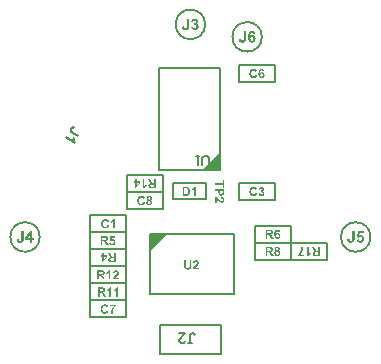
<source format=gbr>
G04*
G04 #@! TF.GenerationSoftware,Altium Limited,Altium Designer,23.10.1 (27)*
G04*
G04 Layer_Color=16711935*
%FSLAX44Y44*%
%MOMM*%
G71*
G04*
G04 #@! TF.SameCoordinates,F1356F94-EBF5-402A-8C13-2620F03D8000*
G04*
G04*
G04 #@! TF.FilePolarity,Positive*
G04*
G01*
G75*
%ADD10C,0.2000*%
G36*
X-34029Y-197613D02*
Y-211613D01*
X-20029Y-197613D01*
X-34029D01*
D02*
G37*
G36*
X24750Y-143250D02*
Y-128400D01*
X9900Y-143250D01*
X9199D01*
X24750D01*
D02*
G37*
G36*
X-99552Y-106329D02*
X-99410Y-106331D01*
X-99267Y-106334D01*
X-99081Y-106345D01*
X-98902Y-106368D01*
X-98706Y-106417D01*
X-98498Y-106473D01*
X-98279Y-106536D01*
X-98041Y-106625D01*
X-97806Y-106744D01*
X-97559Y-106871D01*
X-98301Y-108572D01*
X-98313Y-108565D01*
X-98337Y-108552D01*
X-98373Y-108531D01*
X-98428Y-108515D01*
X-98548Y-108446D01*
X-98718Y-108380D01*
X-98900Y-108307D01*
X-99089Y-108245D01*
X-99261Y-108210D01*
X-99428Y-108194D01*
X-99459Y-108192D01*
X-99528Y-108201D01*
X-99635Y-108219D01*
X-99762Y-108273D01*
X-99909Y-108333D01*
X-100064Y-108435D01*
X-100209Y-108576D01*
X-100344Y-108754D01*
X-100399Y-108850D01*
X-100443Y-108953D01*
X-100481Y-109075D01*
X-100521Y-109228D01*
X-100538Y-109395D01*
X-100535Y-109557D01*
X-100482Y-109715D01*
X-100477Y-109734D01*
X-100431Y-109793D01*
X-100368Y-109877D01*
X-100264Y-110002D01*
X-100193Y-110074D01*
X-100111Y-110154D01*
X-100010Y-110228D01*
X-99904Y-110322D01*
X-99767Y-110417D01*
X-99629Y-110512D01*
X-99468Y-110621D01*
X-99288Y-110725D01*
X-93895Y-113839D01*
X-94866Y-115520D01*
X-100139Y-112476D01*
X-100151Y-112469D01*
X-100187Y-112448D01*
X-100235Y-112420D01*
X-100307Y-112379D01*
X-100391Y-112330D01*
X-100492Y-112256D01*
X-100713Y-112112D01*
X-100952Y-111942D01*
X-101195Y-111754D01*
X-101432Y-111553D01*
X-101625Y-111361D01*
X-101637Y-111355D01*
X-101654Y-111329D01*
X-101683Y-111296D01*
X-101717Y-111244D01*
X-101815Y-111108D01*
X-101928Y-110915D01*
X-102038Y-110690D01*
X-102140Y-110423D01*
X-102228Y-110132D01*
X-102277Y-109800D01*
X-102270Y-109788D01*
X-102287Y-109762D01*
X-102278Y-109719D01*
X-102280Y-109638D01*
X-102269Y-109564D01*
X-102263Y-109472D01*
X-102256Y-109348D01*
X-102237Y-109231D01*
X-102203Y-109090D01*
X-102182Y-108942D01*
X-102076Y-108619D01*
X-101930Y-108255D01*
X-101739Y-107869D01*
X-101669Y-107749D01*
X-101609Y-107672D01*
X-101534Y-107571D01*
X-101460Y-107469D01*
X-101360Y-107351D01*
X-101252Y-107221D01*
X-100988Y-106957D01*
X-100838Y-106836D01*
X-100688Y-106714D01*
X-100513Y-106607D01*
X-100346Y-106511D01*
X-100155Y-106429D01*
X-99958Y-106367D01*
X-99939Y-106362D01*
X-99908Y-106363D01*
X-99852Y-106348D01*
X-99764Y-106335D01*
X-99664Y-106328D01*
X-99552Y-106329D01*
D02*
G37*
G36*
X-99414Y-118099D02*
X-99419Y-118080D01*
X-99429Y-118042D01*
X-99437Y-117973D01*
X-99456Y-117866D01*
X-99479Y-117741D01*
X-99496Y-117603D01*
X-99510Y-117435D01*
X-99530Y-117247D01*
X-99543Y-117047D01*
X-99549Y-116836D01*
X-99560Y-116605D01*
X-99552Y-116369D01*
X-99510Y-115881D01*
X-99429Y-115352D01*
X-97988Y-116184D01*
X-97995Y-116196D01*
X-97990Y-116215D01*
X-97998Y-116258D01*
X-98014Y-116313D01*
X-98023Y-116468D01*
X-98048Y-116677D01*
X-98070Y-116937D01*
X-98070Y-117241D01*
X-98047Y-117591D01*
X-98008Y-117966D01*
X-98003Y-117985D01*
X-98005Y-118016D01*
X-97989Y-118073D01*
X-97969Y-118148D01*
X-97925Y-118350D01*
X-97852Y-118584D01*
X-97757Y-118863D01*
X-97614Y-119170D01*
X-97452Y-119472D01*
X-97245Y-119751D01*
X-97994Y-121048D01*
X-106353Y-116222D01*
X-105431Y-114625D01*
X-99414Y-118099D01*
D02*
G37*
G36*
X-41130Y-165159D02*
X-41008Y-165170D01*
X-40875Y-165193D01*
X-40720Y-165215D01*
X-40553Y-165248D01*
X-40376Y-165293D01*
X-40187Y-165348D01*
X-39998Y-165415D01*
X-39799Y-165504D01*
X-39610Y-165592D01*
X-39432Y-165703D01*
X-39244Y-165837D01*
X-39077Y-165981D01*
X-39066D01*
X-39055Y-166003D01*
X-39021Y-166036D01*
X-38988Y-166070D01*
X-38944Y-166125D01*
X-38899Y-166192D01*
X-38777Y-166347D01*
X-38655Y-166547D01*
X-38522Y-166791D01*
X-38400Y-167069D01*
X-38289Y-167390D01*
X-39821Y-167757D01*
Y-167746D01*
X-39832Y-167735D01*
Y-167701D01*
X-39854Y-167657D01*
X-39887Y-167557D01*
X-39943Y-167424D01*
X-40020Y-167268D01*
X-40120Y-167113D01*
X-40254Y-166958D01*
X-40398Y-166824D01*
X-40420Y-166813D01*
X-40476Y-166769D01*
X-40564Y-166713D01*
X-40686Y-166647D01*
X-40842Y-166580D01*
X-41020Y-166525D01*
X-41219Y-166480D01*
X-41441Y-166469D01*
X-41519D01*
X-41585Y-166480D01*
X-41652Y-166491D01*
X-41741Y-166502D01*
X-41930Y-166547D01*
X-42152Y-166625D01*
X-42385Y-166736D01*
X-42507Y-166802D01*
X-42618Y-166880D01*
X-42729Y-166980D01*
X-42829Y-167091D01*
Y-167102D01*
X-42851Y-167124D01*
X-42873Y-167157D01*
X-42906Y-167213D01*
X-42951Y-167279D01*
X-42995Y-167357D01*
X-43040Y-167457D01*
X-43084Y-167568D01*
X-43140Y-167701D01*
X-43184Y-167846D01*
X-43228Y-168012D01*
X-43273Y-168190D01*
X-43306Y-168389D01*
X-43328Y-168600D01*
X-43339Y-168834D01*
X-43350Y-169089D01*
Y-169100D01*
Y-169155D01*
Y-169233D01*
X-43339Y-169322D01*
Y-169444D01*
X-43317Y-169588D01*
X-43306Y-169733D01*
X-43284Y-169899D01*
X-43217Y-170243D01*
X-43128Y-170587D01*
X-43073Y-170754D01*
X-42995Y-170909D01*
X-42917Y-171053D01*
X-42829Y-171175D01*
X-42818Y-171187D01*
X-42807Y-171198D01*
X-42773Y-171231D01*
X-42729Y-171275D01*
X-42618Y-171364D01*
X-42462Y-171475D01*
X-42274Y-171597D01*
X-42041Y-171686D01*
X-41774Y-171764D01*
X-41630Y-171775D01*
X-41474Y-171786D01*
X-41419D01*
X-41375Y-171775D01*
X-41252Y-171764D01*
X-41108Y-171742D01*
X-40953Y-171686D01*
X-40775Y-171619D01*
X-40598Y-171531D01*
X-40420Y-171397D01*
X-40398Y-171375D01*
X-40342Y-171320D01*
X-40265Y-171231D01*
X-40176Y-171098D01*
X-40065Y-170920D01*
X-39965Y-170709D01*
X-39865Y-170454D01*
X-39776Y-170154D01*
X-38267Y-170620D01*
Y-170632D01*
X-38278Y-170676D01*
X-38300Y-170743D01*
X-38333Y-170831D01*
X-38378Y-170931D01*
X-38422Y-171053D01*
X-38478Y-171187D01*
X-38544Y-171331D01*
X-38700Y-171631D01*
X-38899Y-171941D01*
X-39144Y-172241D01*
X-39277Y-172374D01*
X-39421Y-172496D01*
X-39432Y-172507D01*
X-39454Y-172519D01*
X-39499Y-172552D01*
X-39565Y-172596D01*
X-39643Y-172641D01*
X-39743Y-172685D01*
X-39854Y-172741D01*
X-39976Y-172796D01*
X-40120Y-172863D01*
X-40276Y-172918D01*
X-40442Y-172963D01*
X-40620Y-173007D01*
X-40809Y-173051D01*
X-41020Y-173085D01*
X-41230Y-173096D01*
X-41463Y-173107D01*
X-41530D01*
X-41608Y-173096D01*
X-41719Y-173085D01*
X-41841Y-173074D01*
X-41996Y-173051D01*
X-42163Y-173018D01*
X-42351Y-172974D01*
X-42540Y-172918D01*
X-42740Y-172852D01*
X-42951Y-172763D01*
X-43162Y-172663D01*
X-43373Y-172552D01*
X-43583Y-172408D01*
X-43783Y-172252D01*
X-43972Y-172064D01*
X-43983Y-172052D01*
X-44016Y-172019D01*
X-44061Y-171952D01*
X-44127Y-171875D01*
X-44194Y-171764D01*
X-44283Y-171642D01*
X-44372Y-171486D01*
X-44460Y-171309D01*
X-44549Y-171120D01*
X-44638Y-170909D01*
X-44727Y-170665D01*
X-44793Y-170410D01*
X-44860Y-170143D01*
X-44904Y-169844D01*
X-44938Y-169533D01*
X-44949Y-169200D01*
Y-169189D01*
Y-169178D01*
Y-169111D01*
X-44938Y-169011D01*
Y-168878D01*
X-44915Y-168722D01*
X-44893Y-168534D01*
X-44871Y-168334D01*
X-44827Y-168101D01*
X-44771Y-167868D01*
X-44705Y-167624D01*
X-44627Y-167379D01*
X-44527Y-167124D01*
X-44416Y-166880D01*
X-44283Y-166647D01*
X-44138Y-166425D01*
X-43961Y-166214D01*
X-43950Y-166203D01*
X-43917Y-166169D01*
X-43861Y-166114D01*
X-43783Y-166047D01*
X-43683Y-165970D01*
X-43561Y-165881D01*
X-43428Y-165781D01*
X-43262Y-165681D01*
X-43084Y-165581D01*
X-42895Y-165481D01*
X-42673Y-165392D01*
X-42451Y-165315D01*
X-42196Y-165248D01*
X-41941Y-165193D01*
X-41652Y-165159D01*
X-41364Y-165148D01*
X-41230D01*
X-41130Y-165159D01*
D02*
G37*
G36*
X-34604Y-165259D02*
X-34504Y-165270D01*
X-34404Y-165282D01*
X-34282Y-165293D01*
X-34160Y-165315D01*
X-33882Y-165381D01*
X-33594Y-165481D01*
X-33461Y-165548D01*
X-33316Y-165626D01*
X-33194Y-165714D01*
X-33072Y-165814D01*
X-33061Y-165825D01*
X-33050Y-165837D01*
X-33017Y-165870D01*
X-32972Y-165914D01*
X-32928Y-165970D01*
X-32883Y-166036D01*
X-32761Y-166203D01*
X-32650Y-166414D01*
X-32561Y-166647D01*
X-32484Y-166924D01*
X-32473Y-167080D01*
X-32462Y-167235D01*
Y-167246D01*
Y-167257D01*
Y-167324D01*
X-32473Y-167424D01*
X-32495Y-167557D01*
X-32528Y-167701D01*
X-32584Y-167857D01*
X-32650Y-168023D01*
X-32750Y-168190D01*
X-32761Y-168212D01*
X-32806Y-168256D01*
X-32861Y-168334D01*
X-32950Y-168423D01*
X-33061Y-168534D01*
X-33194Y-168634D01*
X-33349Y-168734D01*
X-33527Y-168822D01*
X-33516D01*
X-33494Y-168834D01*
X-33461Y-168845D01*
X-33416Y-168867D01*
X-33305Y-168933D01*
X-33161Y-169022D01*
X-33005Y-169122D01*
X-32839Y-169255D01*
X-32683Y-169411D01*
X-32550Y-169588D01*
X-32539Y-169611D01*
X-32495Y-169677D01*
X-32439Y-169777D01*
X-32384Y-169910D01*
X-32317Y-170077D01*
X-32273Y-170276D01*
X-32228Y-170487D01*
X-32217Y-170720D01*
Y-170732D01*
Y-170765D01*
Y-170820D01*
X-32228Y-170898D01*
X-32239Y-170987D01*
X-32251Y-171098D01*
X-32273Y-171209D01*
X-32306Y-171331D01*
X-32384Y-171608D01*
X-32439Y-171753D01*
X-32506Y-171897D01*
X-32584Y-172041D01*
X-32683Y-172186D01*
X-32783Y-172319D01*
X-32905Y-172452D01*
X-32917Y-172463D01*
X-32939Y-172485D01*
X-32972Y-172519D01*
X-33028Y-172552D01*
X-33094Y-172607D01*
X-33183Y-172663D01*
X-33272Y-172718D01*
X-33383Y-172785D01*
X-33505Y-172852D01*
X-33649Y-172907D01*
X-33793Y-172963D01*
X-33949Y-173018D01*
X-34127Y-173051D01*
X-34315Y-173085D01*
X-34504Y-173107D01*
X-34715Y-173118D01*
X-34815D01*
X-34892Y-173107D01*
X-34981Y-173096D01*
X-35081Y-173085D01*
X-35192Y-173074D01*
X-35325Y-173051D01*
X-35603Y-172985D01*
X-35891Y-172885D01*
X-36036Y-172829D01*
X-36180Y-172752D01*
X-36324Y-172674D01*
X-36457Y-172574D01*
X-36469Y-172563D01*
X-36491Y-172541D01*
X-36535Y-172507D01*
X-36591Y-172452D01*
X-36646Y-172385D01*
X-36713Y-172308D01*
X-36790Y-172208D01*
X-36868Y-172108D01*
X-36946Y-171986D01*
X-37023Y-171853D01*
X-37090Y-171708D01*
X-37146Y-171542D01*
X-37201Y-171375D01*
X-37246Y-171187D01*
X-37268Y-170998D01*
X-37279Y-170787D01*
Y-170776D01*
Y-170754D01*
Y-170720D01*
Y-170676D01*
X-37268Y-170554D01*
X-37246Y-170410D01*
X-37201Y-170232D01*
X-37157Y-170032D01*
X-37079Y-169832D01*
X-36979Y-169633D01*
Y-169622D01*
X-36968Y-169611D01*
X-36924Y-169544D01*
X-36846Y-169455D01*
X-36735Y-169333D01*
X-36602Y-169200D01*
X-36435Y-169067D01*
X-36235Y-168944D01*
X-36002Y-168822D01*
X-36013D01*
X-36024Y-168811D01*
X-36091Y-168778D01*
X-36191Y-168722D01*
X-36313Y-168656D01*
X-36457Y-168556D01*
X-36591Y-168445D01*
X-36724Y-168312D01*
X-36835Y-168167D01*
X-36846Y-168145D01*
X-36879Y-168090D01*
X-36913Y-168012D01*
X-36957Y-167890D01*
X-37012Y-167757D01*
X-37046Y-167590D01*
X-37079Y-167424D01*
X-37090Y-167235D01*
Y-167224D01*
Y-167202D01*
Y-167157D01*
X-37079Y-167091D01*
X-37068Y-167024D01*
X-37057Y-166935D01*
X-37012Y-166736D01*
X-36946Y-166514D01*
X-36835Y-166269D01*
X-36768Y-166158D01*
X-36690Y-166036D01*
X-36591Y-165925D01*
X-36491Y-165814D01*
X-36480Y-165803D01*
X-36457Y-165792D01*
X-36424Y-165759D01*
X-36380Y-165725D01*
X-36313Y-165681D01*
X-36247Y-165637D01*
X-36158Y-165581D01*
X-36047Y-165526D01*
X-35936Y-165481D01*
X-35814Y-165426D01*
X-35669Y-165381D01*
X-35514Y-165337D01*
X-35347Y-165304D01*
X-35170Y-165270D01*
X-34981Y-165259D01*
X-34781Y-165248D01*
X-34670D01*
X-34604Y-165259D01*
D02*
G37*
G36*
X-29201Y-158826D02*
X-32664D01*
X-32764Y-158815D01*
X-32886D01*
X-33008Y-158804D01*
X-33153D01*
X-33441Y-158771D01*
X-33741Y-158737D01*
X-34019Y-158682D01*
X-34141Y-158649D01*
X-34252Y-158615D01*
X-34263D01*
X-34274Y-158604D01*
X-34341Y-158571D01*
X-34440Y-158516D01*
X-34574Y-158449D01*
X-34718Y-158338D01*
X-34862Y-158216D01*
X-35006Y-158060D01*
X-35140Y-157872D01*
Y-157861D01*
X-35151Y-157850D01*
X-35173Y-157816D01*
X-35195Y-157783D01*
X-35251Y-157672D01*
X-35317Y-157528D01*
X-35373Y-157350D01*
X-35428Y-157150D01*
X-35473Y-156917D01*
X-35484Y-156673D01*
Y-156662D01*
Y-156640D01*
Y-156584D01*
X-35473Y-156529D01*
Y-156451D01*
X-35462Y-156373D01*
X-35417Y-156173D01*
X-35362Y-155940D01*
X-35273Y-155707D01*
X-35140Y-155463D01*
X-35062Y-155352D01*
X-34973Y-155241D01*
X-34962Y-155230D01*
X-34951Y-155219D01*
X-34918Y-155185D01*
X-34873Y-155152D01*
X-34829Y-155108D01*
X-34762Y-155052D01*
X-34685Y-154997D01*
X-34596Y-154941D01*
X-34496Y-154875D01*
X-34374Y-154819D01*
X-34252Y-154764D01*
X-34118Y-154708D01*
X-33963Y-154653D01*
X-33808Y-154608D01*
X-33641Y-154564D01*
X-33452Y-154531D01*
X-33464D01*
X-33475Y-154520D01*
X-33541Y-154475D01*
X-33630Y-154420D01*
X-33741Y-154342D01*
X-33874Y-154242D01*
X-34007Y-154142D01*
X-34152Y-154020D01*
X-34274Y-153887D01*
X-34285Y-153876D01*
X-34341Y-153820D01*
X-34407Y-153731D01*
X-34507Y-153598D01*
X-34640Y-153432D01*
X-34707Y-153321D01*
X-34785Y-153210D01*
X-34873Y-153088D01*
X-34962Y-152955D01*
X-35062Y-152799D01*
X-35162Y-152644D01*
X-36105Y-151145D01*
X-34241D01*
X-33131Y-152810D01*
X-33119Y-152821D01*
X-33108Y-152855D01*
X-33075Y-152899D01*
X-33031Y-152955D01*
X-32986Y-153021D01*
X-32931Y-153110D01*
X-32809Y-153287D01*
X-32664Y-153487D01*
X-32531Y-153665D01*
X-32409Y-153831D01*
X-32354Y-153887D01*
X-32309Y-153942D01*
X-32298Y-153953D01*
X-32276Y-153976D01*
X-32232Y-154020D01*
X-32176Y-154075D01*
X-32098Y-154120D01*
X-32021Y-154175D01*
X-31932Y-154220D01*
X-31843Y-154264D01*
X-31832D01*
X-31799Y-154275D01*
X-31743Y-154298D01*
X-31654Y-154309D01*
X-31543Y-154331D01*
X-31410Y-154342D01*
X-31255Y-154353D01*
X-30755D01*
Y-151145D01*
X-29201D01*
Y-158826D01*
D02*
G37*
G36*
X-45485Y-152688D02*
X-42332D01*
Y-153965D01*
X-45662Y-158860D01*
X-46905D01*
Y-153976D01*
X-47860D01*
Y-152688D01*
X-46905D01*
Y-151145D01*
X-45485D01*
Y-152688D01*
D02*
G37*
G36*
X-38902Y-156706D02*
X-38891Y-156695D01*
X-38869Y-156673D01*
X-38825Y-156640D01*
X-38758Y-156584D01*
X-38681Y-156517D01*
X-38592Y-156451D01*
X-38481Y-156373D01*
X-38359Y-156284D01*
X-38225Y-156196D01*
X-38081Y-156107D01*
X-37926Y-156007D01*
X-37759Y-155918D01*
X-37404Y-155752D01*
X-37004Y-155596D01*
Y-156928D01*
X-37016D01*
X-37027Y-156939D01*
X-37060Y-156950D01*
X-37104Y-156961D01*
X-37215Y-157017D01*
X-37371Y-157084D01*
X-37559Y-157172D01*
X-37770Y-157295D01*
X-38003Y-157450D01*
X-38248Y-157627D01*
X-38259Y-157639D01*
X-38281Y-157650D01*
X-38314Y-157683D01*
X-38359Y-157727D01*
X-38481Y-157838D01*
X-38614Y-157983D01*
X-38769Y-158160D01*
X-38925Y-158382D01*
X-39069Y-158615D01*
X-39180Y-158871D01*
X-40379D01*
Y-151145D01*
X-38902D01*
Y-156706D01*
D02*
G37*
G36*
X893Y-223774D02*
Y-223785D01*
Y-223829D01*
Y-223907D01*
Y-223996D01*
Y-224107D01*
X882Y-224240D01*
Y-224384D01*
Y-224528D01*
X860Y-224850D01*
X838Y-225183D01*
X827Y-225327D01*
X804Y-225472D01*
X782Y-225605D01*
X760Y-225727D01*
Y-225738D01*
X749Y-225749D01*
Y-225783D01*
X738Y-225816D01*
X705Y-225927D01*
X660Y-226060D01*
X594Y-226215D01*
X516Y-226371D01*
X416Y-226537D01*
X294Y-226693D01*
X283Y-226715D01*
X238Y-226759D01*
X161Y-226826D01*
X61Y-226915D01*
X-72Y-227015D01*
X-228Y-227115D01*
X-405Y-227226D01*
X-605Y-227314D01*
X-616D01*
X-627Y-227325D01*
X-661Y-227337D01*
X-705Y-227348D01*
X-761Y-227370D01*
X-827Y-227392D01*
X-916Y-227414D01*
X-1005Y-227425D01*
X-1216Y-227470D01*
X-1471Y-227514D01*
X-1760Y-227536D01*
X-2081Y-227547D01*
X-2259D01*
X-2359Y-227536D01*
X-2459D01*
X-2581Y-227525D01*
X-2703Y-227514D01*
X-2970Y-227492D01*
X-3247Y-227448D01*
X-3525Y-227381D01*
X-3647Y-227348D01*
X-3758Y-227303D01*
X-3769D01*
X-3780Y-227292D01*
X-3846Y-227259D01*
X-3957Y-227203D01*
X-4079Y-227126D01*
X-4224Y-227026D01*
X-4379Y-226915D01*
X-4523Y-226782D01*
X-4657Y-226637D01*
X-4668Y-226615D01*
X-4712Y-226571D01*
X-4768Y-226482D01*
X-4834Y-226371D01*
X-4901Y-226249D01*
X-4979Y-226105D01*
X-5034Y-225949D01*
X-5089Y-225783D01*
Y-225772D01*
X-5101Y-225749D01*
Y-225716D01*
X-5112Y-225660D01*
X-5123Y-225594D01*
X-5134Y-225505D01*
X-5145Y-225405D01*
X-5156Y-225294D01*
X-5178Y-225161D01*
X-5189Y-225017D01*
X-5200Y-224861D01*
X-5212Y-224684D01*
X-5223Y-224495D01*
Y-224284D01*
X-5234Y-224062D01*
Y-223829D01*
Y-219722D01*
X-3680D01*
Y-223896D01*
Y-223907D01*
Y-223940D01*
Y-223985D01*
Y-224051D01*
Y-224140D01*
Y-224229D01*
X-3669Y-224429D01*
Y-224650D01*
X-3658Y-224861D01*
X-3647Y-224961D01*
Y-225050D01*
X-3636Y-225117D01*
X-3624Y-225183D01*
Y-225205D01*
X-3602Y-225261D01*
X-3569Y-225350D01*
X-3525Y-225461D01*
X-3469Y-225583D01*
X-3380Y-225705D01*
X-3280Y-225838D01*
X-3158Y-225949D01*
X-3136Y-225960D01*
X-3092Y-225993D01*
X-3003Y-226038D01*
X-2892Y-226082D01*
X-2736Y-226138D01*
X-2559Y-226182D01*
X-2359Y-226215D01*
X-2126Y-226227D01*
X-2015D01*
X-1904Y-226215D01*
X-1760Y-226193D01*
X-1593Y-226160D01*
X-1438Y-226116D01*
X-1271Y-226049D01*
X-1138Y-225960D01*
X-1127Y-225949D01*
X-1082Y-225916D01*
X-1027Y-225860D01*
X-960Y-225783D01*
X-894Y-225683D01*
X-827Y-225572D01*
X-772Y-225450D01*
X-738Y-225305D01*
Y-225283D01*
X-727Y-225228D01*
X-716Y-225128D01*
X-694Y-224995D01*
Y-224906D01*
X-683Y-224806D01*
Y-224695D01*
X-672Y-224584D01*
Y-224451D01*
X-661Y-224306D01*
Y-224151D01*
Y-223985D01*
Y-219722D01*
X893D01*
Y-223774D01*
D02*
G37*
G36*
X4922Y-219689D02*
X5022Y-219700D01*
X5133Y-219711D01*
X5256Y-219733D01*
X5389Y-219755D01*
X5677Y-219833D01*
X5966Y-219944D01*
X6121Y-220011D01*
X6255Y-220088D01*
X6399Y-220188D01*
X6521Y-220299D01*
X6532Y-220310D01*
X6554Y-220322D01*
X6576Y-220366D01*
X6621Y-220410D01*
X6676Y-220466D01*
X6732Y-220543D01*
X6787Y-220621D01*
X6854Y-220721D01*
X6965Y-220943D01*
X7076Y-221198D01*
X7120Y-221343D01*
X7143Y-221498D01*
X7165Y-221665D01*
X7176Y-221831D01*
Y-221853D01*
Y-221920D01*
X7165Y-222020D01*
X7154Y-222142D01*
X7131Y-222297D01*
X7098Y-222464D01*
X7054Y-222641D01*
X6987Y-222819D01*
X6976Y-222841D01*
X6954Y-222897D01*
X6909Y-222997D01*
X6843Y-223119D01*
X6765Y-223263D01*
X6665Y-223430D01*
X6543Y-223607D01*
X6399Y-223796D01*
X6388Y-223807D01*
X6343Y-223862D01*
X6277Y-223940D01*
X6177Y-224051D01*
X6044Y-224184D01*
X5877Y-224362D01*
X5677Y-224551D01*
X5433Y-224784D01*
X5422Y-224795D01*
X5400Y-224806D01*
X5367Y-224839D01*
X5322Y-224883D01*
X5200Y-224995D01*
X5056Y-225128D01*
X4911Y-225272D01*
X4767Y-225416D01*
X4634Y-225538D01*
X4590Y-225594D01*
X4545Y-225638D01*
X4534Y-225649D01*
X4512Y-225672D01*
X4478Y-225716D01*
X4434Y-225772D01*
X4334Y-225894D01*
X4245Y-226038D01*
X7176D01*
Y-227403D01*
X2014D01*
Y-227392D01*
Y-227370D01*
X2025Y-227325D01*
X2036Y-227270D01*
X2048Y-227203D01*
X2059Y-227126D01*
X2103Y-226926D01*
X2170Y-226704D01*
X2259Y-226460D01*
X2369Y-226193D01*
X2514Y-225938D01*
Y-225927D01*
X2536Y-225905D01*
X2558Y-225860D01*
X2603Y-225816D01*
X2647Y-225738D01*
X2714Y-225660D01*
X2791Y-225561D01*
X2880Y-225450D01*
X2980Y-225316D01*
X3102Y-225183D01*
X3235Y-225028D01*
X3391Y-224861D01*
X3557Y-224695D01*
X3746Y-224506D01*
X3946Y-224306D01*
X4168Y-224095D01*
X4179Y-224084D01*
X4212Y-224051D01*
X4257Y-224007D01*
X4323Y-223940D01*
X4412Y-223874D01*
X4501Y-223785D01*
X4701Y-223585D01*
X4900Y-223374D01*
X5100Y-223163D01*
X5189Y-223074D01*
X5278Y-222974D01*
X5344Y-222897D01*
X5389Y-222830D01*
X5400Y-222808D01*
X5433Y-222752D01*
X5489Y-222664D01*
X5544Y-222542D01*
X5600Y-222408D01*
X5655Y-222253D01*
X5688Y-222097D01*
X5699Y-221931D01*
Y-221920D01*
Y-221909D01*
Y-221853D01*
X5688Y-221753D01*
X5666Y-221642D01*
X5633Y-221520D01*
X5588Y-221398D01*
X5522Y-221276D01*
X5433Y-221165D01*
X5422Y-221154D01*
X5389Y-221121D01*
X5322Y-221076D01*
X5244Y-221032D01*
X5133Y-220987D01*
X5011Y-220943D01*
X4867Y-220910D01*
X4701Y-220899D01*
X4623D01*
X4534Y-220910D01*
X4434Y-220932D01*
X4312Y-220965D01*
X4190Y-221021D01*
X4068Y-221087D01*
X3957Y-221176D01*
X3946Y-221187D01*
X3912Y-221232D01*
X3868Y-221298D01*
X3824Y-221398D01*
X3768Y-221520D01*
X3724Y-221687D01*
X3679Y-221875D01*
X3657Y-222097D01*
X2192Y-221953D01*
Y-221942D01*
X2203Y-221898D01*
Y-221842D01*
X2225Y-221753D01*
X2236Y-221653D01*
X2270Y-221542D01*
X2303Y-221420D01*
X2336Y-221276D01*
X2447Y-220999D01*
X2580Y-220710D01*
X2669Y-220566D01*
X2769Y-220432D01*
X2880Y-220322D01*
X3002Y-220210D01*
X3013Y-220199D01*
X3036Y-220188D01*
X3069Y-220166D01*
X3124Y-220122D01*
X3191Y-220088D01*
X3280Y-220044D01*
X3368Y-219988D01*
X3480Y-219944D01*
X3602Y-219889D01*
X3735Y-219844D01*
X4023Y-219755D01*
X4367Y-219700D01*
X4545Y-219689D01*
X4734Y-219678D01*
X4845D01*
X4922Y-219689D01*
D02*
G37*
G36*
X4515Y-165093D02*
X3038D01*
Y-159532D01*
X3027Y-159543D01*
X3005Y-159565D01*
X2961Y-159598D01*
X2894Y-159654D01*
X2817Y-159720D01*
X2728Y-159787D01*
X2617Y-159865D01*
X2495Y-159954D01*
X2361Y-160042D01*
X2217Y-160131D01*
X2062Y-160231D01*
X1895Y-160320D01*
X1540Y-160486D01*
X1141Y-160642D01*
Y-159310D01*
X1152D01*
X1163Y-159299D01*
X1196Y-159288D01*
X1240Y-159277D01*
X1351Y-159221D01*
X1507Y-159154D01*
X1695Y-159066D01*
X1906Y-158944D01*
X2139Y-158788D01*
X2384Y-158611D01*
X2395Y-158600D01*
X2417Y-158588D01*
X2450Y-158555D01*
X2495Y-158511D01*
X2617Y-158400D01*
X2750Y-158255D01*
X2905Y-158078D01*
X3061Y-157856D01*
X3205Y-157623D01*
X3316Y-157367D01*
X4515D01*
Y-165093D01*
D02*
G37*
G36*
X-3510Y-157423D02*
X-3300Y-157434D01*
X-3066Y-157445D01*
X-2822Y-157478D01*
X-2589Y-157512D01*
X-2378Y-157567D01*
X-2367D01*
X-2345Y-157578D01*
X-2312Y-157589D01*
X-2267Y-157600D01*
X-2134Y-157656D01*
X-1979Y-157734D01*
X-1801Y-157834D01*
X-1601Y-157956D01*
X-1412Y-158100D01*
X-1224Y-158278D01*
X-1213D01*
X-1202Y-158300D01*
X-1146Y-158366D01*
X-1057Y-158477D01*
X-957Y-158622D01*
X-835Y-158799D01*
X-713Y-159010D01*
X-591Y-159254D01*
X-491Y-159521D01*
Y-159532D01*
X-480Y-159554D01*
X-469Y-159598D01*
X-447Y-159654D01*
X-436Y-159720D01*
X-413Y-159809D01*
X-391Y-159909D01*
X-358Y-160020D01*
X-336Y-160142D01*
X-314Y-160287D01*
X-291Y-160431D01*
X-280Y-160597D01*
X-247Y-160942D01*
X-236Y-161330D01*
Y-161341D01*
Y-161374D01*
Y-161419D01*
Y-161485D01*
X-247Y-161574D01*
Y-161663D01*
X-258Y-161774D01*
X-269Y-161896D01*
X-291Y-162151D01*
X-336Y-162418D01*
X-402Y-162695D01*
X-480Y-162962D01*
Y-162973D01*
X-491Y-162995D01*
X-513Y-163039D01*
X-536Y-163106D01*
X-558Y-163173D01*
X-602Y-163250D01*
X-691Y-163450D01*
X-802Y-163661D01*
X-946Y-163894D01*
X-1113Y-164116D01*
X-1302Y-164327D01*
X-1324Y-164349D01*
X-1379Y-164394D01*
X-1468Y-164460D01*
X-1590Y-164549D01*
X-1745Y-164649D01*
X-1923Y-164749D01*
X-2145Y-164849D01*
X-2389Y-164937D01*
X-2400D01*
X-2412Y-164949D01*
X-2445D01*
X-2478Y-164960D01*
X-2600Y-164982D01*
X-2756Y-165015D01*
X-2944Y-165048D01*
X-3177Y-165071D01*
X-3455Y-165082D01*
X-3755Y-165093D01*
X-6663D01*
Y-157412D01*
X-3599D01*
X-3510Y-157423D01*
D02*
G37*
G36*
X52443Y-25623D02*
X52540D01*
X52651Y-25637D01*
X52901Y-25693D01*
X53178Y-25762D01*
X53484Y-25873D01*
X53789Y-26026D01*
X53927Y-26123D01*
X54066Y-26233D01*
X54080D01*
X54094Y-26261D01*
X54135Y-26303D01*
X54177Y-26344D01*
X54246Y-26414D01*
X54302Y-26483D01*
X54454Y-26677D01*
X54607Y-26941D01*
X54759Y-27246D01*
X54898Y-27593D01*
X54995Y-28009D01*
X53220Y-28203D01*
Y-28175D01*
X53206Y-28120D01*
X53178Y-28022D01*
X53151Y-27898D01*
X53109Y-27773D01*
X53040Y-27634D01*
X52970Y-27509D01*
X52873Y-27398D01*
X52859Y-27385D01*
X52818Y-27357D01*
X52762Y-27315D01*
X52679Y-27260D01*
X52582Y-27218D01*
X52457Y-27177D01*
X52305Y-27149D01*
X52152Y-27135D01*
X52124D01*
X52055Y-27149D01*
X51944Y-27163D01*
X51805Y-27204D01*
X51653Y-27260D01*
X51486Y-27357D01*
X51320Y-27482D01*
X51167Y-27662D01*
X51154Y-27690D01*
X51126Y-27717D01*
X51098Y-27773D01*
X51070Y-27828D01*
X51029Y-27912D01*
X51001Y-28009D01*
X50959Y-28133D01*
X50904Y-28272D01*
X50862Y-28425D01*
X50821Y-28605D01*
X50779Y-28799D01*
X50738Y-29021D01*
X50710Y-29271D01*
X50682Y-29548D01*
X50654Y-29839D01*
X50668Y-29825D01*
X50682Y-29798D01*
X50724Y-29770D01*
X50779Y-29715D01*
X50848Y-29645D01*
X50932Y-29576D01*
X51126Y-29423D01*
X51375Y-29285D01*
X51667Y-29146D01*
X51833Y-29090D01*
X52000Y-29063D01*
X52180Y-29035D01*
X52374Y-29021D01*
X52485D01*
X52568Y-29035D01*
X52665Y-29049D01*
X52776Y-29063D01*
X52915Y-29090D01*
X53053Y-29132D01*
X53359Y-29243D01*
X53525Y-29312D01*
X53692Y-29395D01*
X53858Y-29493D01*
X54024Y-29617D01*
X54191Y-29756D01*
X54343Y-29909D01*
X54357Y-29922D01*
X54385Y-29950D01*
X54426Y-29992D01*
X54468Y-30061D01*
X54538Y-30158D01*
X54607Y-30255D01*
X54676Y-30380D01*
X54759Y-30519D01*
X54843Y-30671D01*
X54912Y-30852D01*
X54981Y-31032D01*
X55051Y-31240D01*
X55092Y-31448D01*
X55134Y-31684D01*
X55161Y-31920D01*
X55175Y-32183D01*
Y-32197D01*
Y-32252D01*
Y-32322D01*
X55161Y-32433D01*
X55148Y-32557D01*
X55134Y-32696D01*
X55106Y-32863D01*
X55065Y-33029D01*
X54967Y-33417D01*
X54898Y-33612D01*
X54801Y-33806D01*
X54704Y-34000D01*
X54593Y-34194D01*
X54454Y-34388D01*
X54302Y-34555D01*
X54288Y-34568D01*
X54260Y-34596D01*
X54219Y-34638D01*
X54149Y-34693D01*
X54066Y-34763D01*
X53955Y-34832D01*
X53844Y-34915D01*
X53705Y-34998D01*
X53553Y-35082D01*
X53386Y-35165D01*
X53206Y-35234D01*
X52998Y-35303D01*
X52790Y-35359D01*
X52568Y-35401D01*
X52332Y-35428D01*
X52083Y-35442D01*
X52013D01*
X51944Y-35428D01*
X51847D01*
X51722Y-35401D01*
X51570Y-35387D01*
X51417Y-35345D01*
X51237Y-35303D01*
X51056Y-35248D01*
X50862Y-35165D01*
X50654Y-35082D01*
X50460Y-34971D01*
X50252Y-34846D01*
X50058Y-34693D01*
X49864Y-34513D01*
X49683Y-34319D01*
X49670Y-34305D01*
X49642Y-34263D01*
X49600Y-34194D01*
X49545Y-34097D01*
X49462Y-33972D01*
X49392Y-33819D01*
X49309Y-33639D01*
X49226Y-33431D01*
X49129Y-33182D01*
X49046Y-32918D01*
X48976Y-32613D01*
X48907Y-32266D01*
X48837Y-31906D01*
X48796Y-31504D01*
X48768Y-31074D01*
X48754Y-30602D01*
Y-30588D01*
Y-30574D01*
Y-30533D01*
Y-30491D01*
Y-30352D01*
X48768Y-30172D01*
X48782Y-29950D01*
X48810Y-29701D01*
X48837Y-29423D01*
X48879Y-29132D01*
X48921Y-28827D01*
X48990Y-28508D01*
X49073Y-28189D01*
X49170Y-27870D01*
X49281Y-27579D01*
X49406Y-27287D01*
X49559Y-27024D01*
X49725Y-26788D01*
X49739Y-26774D01*
X49767Y-26733D01*
X49822Y-26677D01*
X49905Y-26608D01*
X50002Y-26511D01*
X50113Y-26414D01*
X50252Y-26303D01*
X50405Y-26192D01*
X50585Y-26095D01*
X50765Y-25984D01*
X50987Y-25887D01*
X51209Y-25790D01*
X51445Y-25720D01*
X51708Y-25665D01*
X51972Y-25623D01*
X52263Y-25609D01*
X52374D01*
X52443Y-25623D01*
D02*
G37*
G36*
X47104Y-31753D02*
Y-31767D01*
Y-31809D01*
Y-31864D01*
Y-31947D01*
Y-32044D01*
X47090Y-32169D01*
X47076Y-32433D01*
X47049Y-32724D01*
X47007Y-33029D01*
X46951Y-33334D01*
X46882Y-33598D01*
Y-33612D01*
X46868Y-33639D01*
X46854Y-33681D01*
X46827Y-33736D01*
X46757Y-33889D01*
X46646Y-34083D01*
X46508Y-34291D01*
X46327Y-34513D01*
X46119Y-34735D01*
X45856Y-34943D01*
X45842D01*
X45828Y-34971D01*
X45786Y-34985D01*
X45717Y-35026D01*
X45648Y-35054D01*
X45565Y-35095D01*
X45454Y-35151D01*
X45343Y-35192D01*
X45204Y-35234D01*
X45065Y-35290D01*
X44732Y-35359D01*
X44344Y-35414D01*
X43914Y-35442D01*
X43776D01*
X43678Y-35428D01*
X43554Y-35414D01*
X43429Y-35401D01*
X43276Y-35373D01*
X43110Y-35345D01*
X42749Y-35248D01*
X42569Y-35179D01*
X42389Y-35109D01*
X42208Y-35012D01*
X42042Y-34915D01*
X41876Y-34790D01*
X41723Y-34652D01*
X41709Y-34638D01*
X41695Y-34610D01*
X41654Y-34568D01*
X41598Y-34499D01*
X41543Y-34416D01*
X41487Y-34319D01*
X41418Y-34194D01*
X41349Y-34069D01*
X41265Y-33903D01*
X41196Y-33736D01*
X41141Y-33542D01*
X41085Y-33334D01*
X41030Y-33112D01*
X40988Y-32863D01*
X40974Y-32599D01*
X40960Y-32322D01*
X42805Y-32114D01*
Y-32128D01*
Y-32155D01*
Y-32197D01*
X42819Y-32252D01*
Y-32391D01*
X42846Y-32571D01*
X42874Y-32766D01*
X42916Y-32960D01*
X42971Y-33126D01*
X43041Y-33279D01*
X43054Y-33306D01*
X43096Y-33362D01*
X43165Y-33445D01*
X43276Y-33528D01*
X43401Y-33625D01*
X43568Y-33709D01*
X43762Y-33764D01*
X43984Y-33792D01*
X44095D01*
X44205Y-33778D01*
X44330Y-33750D01*
X44483Y-33709D01*
X44635Y-33639D01*
X44774Y-33556D01*
X44885Y-33431D01*
X44899Y-33417D01*
X44927Y-33348D01*
X44968Y-33251D01*
X45024Y-33098D01*
X45051Y-33001D01*
X45079Y-32890D01*
X45093Y-32766D01*
X45121Y-32627D01*
X45135Y-32460D01*
X45149Y-32294D01*
X45162Y-32100D01*
Y-31892D01*
Y-25665D01*
X47104D01*
Y-31753D01*
D02*
G37*
G36*
X53816Y-157515D02*
X53938Y-157527D01*
X54071Y-157549D01*
X54226Y-157571D01*
X54393Y-157604D01*
X54571Y-157649D01*
X54759Y-157704D01*
X54948Y-157771D01*
X55148Y-157859D01*
X55336Y-157948D01*
X55514Y-158059D01*
X55703Y-158192D01*
X55869Y-158337D01*
X55880D01*
X55891Y-158359D01*
X55925Y-158392D01*
X55958Y-158426D01*
X56002Y-158481D01*
X56047Y-158548D01*
X56169Y-158703D01*
X56291Y-158903D01*
X56424Y-159147D01*
X56546Y-159424D01*
X56657Y-159746D01*
X55126Y-160113D01*
Y-160102D01*
X55114Y-160091D01*
Y-160057D01*
X55092Y-160013D01*
X55059Y-159913D01*
X55003Y-159780D01*
X54926Y-159624D01*
X54826Y-159469D01*
X54693Y-159313D01*
X54548Y-159180D01*
X54526Y-159169D01*
X54471Y-159125D01*
X54382Y-159069D01*
X54260Y-159003D01*
X54104Y-158936D01*
X53927Y-158881D01*
X53727Y-158836D01*
X53505Y-158825D01*
X53427D01*
X53361Y-158836D01*
X53294Y-158847D01*
X53205Y-158858D01*
X53017Y-158903D01*
X52795Y-158981D01*
X52561Y-159092D01*
X52439Y-159158D01*
X52328Y-159236D01*
X52217Y-159336D01*
X52118Y-159447D01*
Y-159458D01*
X52095Y-159480D01*
X52073Y-159513D01*
X52040Y-159569D01*
X51995Y-159635D01*
X51951Y-159713D01*
X51907Y-159813D01*
X51862Y-159924D01*
X51807Y-160057D01*
X51762Y-160201D01*
X51718Y-160368D01*
X51673Y-160546D01*
X51640Y-160745D01*
X51618Y-160956D01*
X51607Y-161189D01*
X51596Y-161445D01*
Y-161456D01*
Y-161511D01*
Y-161589D01*
X51607Y-161678D01*
Y-161800D01*
X51629Y-161944D01*
X51640Y-162089D01*
X51662Y-162255D01*
X51729Y-162599D01*
X51818Y-162943D01*
X51873Y-163110D01*
X51951Y-163265D01*
X52029Y-163409D01*
X52118Y-163531D01*
X52129Y-163542D01*
X52140Y-163554D01*
X52173Y-163587D01*
X52217Y-163631D01*
X52328Y-163720D01*
X52484Y-163831D01*
X52673Y-163953D01*
X52906Y-164042D01*
X53172Y-164120D01*
X53316Y-164131D01*
X53472Y-164142D01*
X53527D01*
X53572Y-164131D01*
X53694Y-164120D01*
X53838Y-164097D01*
X53993Y-164042D01*
X54171Y-163975D01*
X54349Y-163887D01*
X54526Y-163753D01*
X54548Y-163731D01*
X54604Y-163676D01*
X54682Y-163587D01*
X54770Y-163454D01*
X54881Y-163276D01*
X54981Y-163065D01*
X55081Y-162810D01*
X55170Y-162510D01*
X56680Y-162976D01*
Y-162988D01*
X56668Y-163032D01*
X56646Y-163099D01*
X56613Y-163187D01*
X56568Y-163287D01*
X56524Y-163409D01*
X56469Y-163542D01*
X56402Y-163687D01*
X56247Y-163986D01*
X56047Y-164297D01*
X55803Y-164597D01*
X55669Y-164730D01*
X55525Y-164852D01*
X55514Y-164863D01*
X55492Y-164874D01*
X55448Y-164908D01*
X55381Y-164952D01*
X55303Y-164997D01*
X55203Y-165041D01*
X55092Y-165096D01*
X54970Y-165152D01*
X54826Y-165219D01*
X54671Y-165274D01*
X54504Y-165319D01*
X54326Y-165363D01*
X54138Y-165407D01*
X53927Y-165441D01*
X53716Y-165452D01*
X53483Y-165463D01*
X53416D01*
X53338Y-165452D01*
X53228Y-165441D01*
X53105Y-165429D01*
X52950Y-165407D01*
X52783Y-165374D01*
X52595Y-165330D01*
X52406Y-165274D01*
X52206Y-165208D01*
X51995Y-165119D01*
X51785Y-165019D01*
X51574Y-164908D01*
X51363Y-164764D01*
X51163Y-164608D01*
X50974Y-164419D01*
X50963Y-164408D01*
X50930Y-164375D01*
X50885Y-164308D01*
X50819Y-164231D01*
X50752Y-164120D01*
X50663Y-163998D01*
X50575Y-163842D01*
X50486Y-163665D01*
X50397Y-163476D01*
X50308Y-163265D01*
X50219Y-163021D01*
X50153Y-162766D01*
X50086Y-162499D01*
X50042Y-162199D01*
X50009Y-161889D01*
X49998Y-161556D01*
Y-161545D01*
Y-161534D01*
Y-161467D01*
X50009Y-161367D01*
Y-161234D01*
X50031Y-161078D01*
X50053Y-160890D01*
X50075Y-160690D01*
X50120Y-160457D01*
X50175Y-160224D01*
X50242Y-159979D01*
X50319Y-159735D01*
X50419Y-159480D01*
X50530Y-159236D01*
X50663Y-159003D01*
X50808Y-158781D01*
X50985Y-158570D01*
X50996Y-158559D01*
X51030Y-158525D01*
X51085Y-158470D01*
X51163Y-158403D01*
X51263Y-158326D01*
X51385Y-158237D01*
X51518Y-158137D01*
X51685Y-158037D01*
X51862Y-157937D01*
X52051Y-157837D01*
X52273Y-157748D01*
X52495Y-157671D01*
X52750Y-157604D01*
X53005Y-157549D01*
X53294Y-157515D01*
X53583Y-157504D01*
X53716D01*
X53816Y-157515D01*
D02*
G37*
G36*
X60287Y-157615D02*
X60387Y-157626D01*
X60487Y-157638D01*
X60609Y-157660D01*
X60731Y-157693D01*
X61009Y-157771D01*
X61153Y-157826D01*
X61308Y-157904D01*
X61452Y-157982D01*
X61586Y-158070D01*
X61730Y-158181D01*
X61852Y-158303D01*
X61863Y-158315D01*
X61874Y-158326D01*
X61908Y-158359D01*
X61941Y-158403D01*
X62030Y-158514D01*
X62130Y-158670D01*
X62229Y-158858D01*
X62307Y-159080D01*
X62374Y-159325D01*
X62385Y-159447D01*
X62396Y-159580D01*
Y-159591D01*
Y-159624D01*
X62385Y-159680D01*
X62374Y-159746D01*
X62363Y-159835D01*
X62340Y-159935D01*
X62307Y-160046D01*
X62263Y-160168D01*
X62196Y-160290D01*
X62130Y-160424D01*
X62041Y-160557D01*
X61930Y-160690D01*
X61796Y-160823D01*
X61652Y-160956D01*
X61486Y-161078D01*
X61286Y-161201D01*
X61297D01*
X61319Y-161212D01*
X61353D01*
X61397Y-161234D01*
X61519Y-161267D01*
X61663Y-161334D01*
X61830Y-161423D01*
X62007Y-161534D01*
X62185Y-161678D01*
X62340Y-161844D01*
X62363Y-161866D01*
X62407Y-161933D01*
X62463Y-162033D01*
X62540Y-162177D01*
X62618Y-162344D01*
X62673Y-162555D01*
X62718Y-162777D01*
X62740Y-163032D01*
Y-163043D01*
Y-163076D01*
Y-163132D01*
X62729Y-163199D01*
X62718Y-163287D01*
X62696Y-163387D01*
X62673Y-163509D01*
X62651Y-163631D01*
X62562Y-163898D01*
X62496Y-164042D01*
X62429Y-164197D01*
X62340Y-164342D01*
X62241Y-164486D01*
X62130Y-164630D01*
X61996Y-164764D01*
X61985Y-164775D01*
X61963Y-164797D01*
X61919Y-164830D01*
X61863Y-164874D01*
X61785Y-164930D01*
X61708Y-164986D01*
X61597Y-165052D01*
X61486Y-165119D01*
X61364Y-165185D01*
X61219Y-165252D01*
X61064Y-165307D01*
X60909Y-165363D01*
X60731Y-165407D01*
X60553Y-165441D01*
X60354Y-165463D01*
X60154Y-165474D01*
X60054D01*
X59976Y-165463D01*
X59887Y-165452D01*
X59788Y-165441D01*
X59676Y-165418D01*
X59543Y-165396D01*
X59277Y-165330D01*
X58988Y-165219D01*
X58833Y-165152D01*
X58700Y-165074D01*
X58555Y-164974D01*
X58422Y-164874D01*
X58411Y-164863D01*
X58389Y-164841D01*
X58356Y-164808D01*
X58311Y-164764D01*
X58256Y-164708D01*
X58200Y-164630D01*
X58134Y-164553D01*
X58067Y-164453D01*
X58000Y-164342D01*
X57923Y-164231D01*
X57801Y-163964D01*
X57701Y-163654D01*
X57656Y-163487D01*
X57634Y-163309D01*
X59055Y-163132D01*
Y-163143D01*
Y-163154D01*
X59066Y-163221D01*
X59088Y-163321D01*
X59121Y-163443D01*
X59177Y-163576D01*
X59233Y-163720D01*
X59321Y-163853D01*
X59421Y-163975D01*
X59432Y-163986D01*
X59477Y-164020D01*
X59543Y-164064D01*
X59621Y-164109D01*
X59732Y-164164D01*
X59854Y-164209D01*
X59987Y-164242D01*
X60143Y-164253D01*
X60165D01*
X60220Y-164242D01*
X60298Y-164231D01*
X60409Y-164209D01*
X60531Y-164164D01*
X60653Y-164109D01*
X60786Y-164020D01*
X60909Y-163909D01*
X60920Y-163898D01*
X60964Y-163842D01*
X61009Y-163764D01*
X61075Y-163665D01*
X61131Y-163531D01*
X61186Y-163365D01*
X61219Y-163176D01*
X61231Y-162965D01*
Y-162954D01*
Y-162943D01*
Y-162877D01*
X61219Y-162777D01*
X61197Y-162644D01*
X61153Y-162499D01*
X61097Y-162355D01*
X61020Y-162211D01*
X60920Y-162077D01*
X60909Y-162066D01*
X60864Y-162022D01*
X60798Y-161966D01*
X60720Y-161911D01*
X60609Y-161844D01*
X60487Y-161800D01*
X60354Y-161756D01*
X60198Y-161744D01*
X60087D01*
X60009Y-161756D01*
X59910Y-161767D01*
X59788Y-161789D01*
X59665Y-161822D01*
X59521Y-161855D01*
X59676Y-160668D01*
X59776D01*
X59887Y-160657D01*
X60021Y-160646D01*
X60165Y-160612D01*
X60320Y-160568D01*
X60465Y-160501D01*
X60598Y-160412D01*
X60609Y-160401D01*
X60653Y-160357D01*
X60698Y-160301D01*
X60764Y-160213D01*
X60820Y-160113D01*
X60875Y-159991D01*
X60909Y-159846D01*
X60920Y-159680D01*
Y-159658D01*
Y-159613D01*
X60909Y-159547D01*
X60886Y-159458D01*
X60864Y-159358D01*
X60820Y-159258D01*
X60764Y-159147D01*
X60687Y-159058D01*
X60676Y-159047D01*
X60642Y-159025D01*
X60598Y-158981D01*
X60520Y-158936D01*
X60431Y-158903D01*
X60331Y-158858D01*
X60198Y-158836D01*
X60065Y-158825D01*
X59998D01*
X59932Y-158836D01*
X59843Y-158858D01*
X59743Y-158892D01*
X59632Y-158936D01*
X59521Y-159003D01*
X59421Y-159092D01*
X59410Y-159103D01*
X59377Y-159136D01*
X59332Y-159202D01*
X59277Y-159291D01*
X59221Y-159391D01*
X59177Y-159524D01*
X59133Y-159680D01*
X59099Y-159857D01*
X57745Y-159635D01*
Y-159624D01*
X57756Y-159602D01*
Y-159569D01*
X57767Y-159513D01*
X57801Y-159391D01*
X57845Y-159225D01*
X57912Y-159047D01*
X57978Y-158858D01*
X58067Y-158681D01*
X58167Y-158514D01*
X58178Y-158492D01*
X58222Y-158448D01*
X58289Y-158370D01*
X58378Y-158270D01*
X58489Y-158170D01*
X58622Y-158059D01*
X58788Y-157948D01*
X58966Y-157848D01*
X58977D01*
X58988Y-157837D01*
X59055Y-157815D01*
X59166Y-157771D01*
X59299Y-157726D01*
X59466Y-157682D01*
X59665Y-157638D01*
X59876Y-157615D01*
X60109Y-157604D01*
X60209D01*
X60287Y-157615D01*
D02*
G37*
G36*
X-63733Y-200743D02*
X-66519D01*
X-66752Y-202053D01*
X-66741D01*
X-66730Y-202042D01*
X-66664Y-202009D01*
X-66564Y-201975D01*
X-66442Y-201920D01*
X-66286Y-201876D01*
X-66120Y-201842D01*
X-65931Y-201809D01*
X-65742Y-201798D01*
X-65642D01*
X-65576Y-201809D01*
X-65498Y-201820D01*
X-65398Y-201831D01*
X-65287Y-201853D01*
X-65165Y-201887D01*
X-64910Y-201975D01*
X-64766Y-202031D01*
X-64632Y-202098D01*
X-64488Y-202186D01*
X-64344Y-202286D01*
X-64211Y-202397D01*
X-64077Y-202519D01*
X-64066Y-202530D01*
X-64044Y-202553D01*
X-64011Y-202597D01*
X-63966Y-202653D01*
X-63922Y-202719D01*
X-63855Y-202808D01*
X-63800Y-202908D01*
X-63733Y-203019D01*
X-63667Y-203141D01*
X-63611Y-203285D01*
X-63545Y-203441D01*
X-63500Y-203596D01*
X-63456Y-203774D01*
X-63422Y-203962D01*
X-63400Y-204162D01*
X-63389Y-204373D01*
Y-204384D01*
Y-204417D01*
Y-204462D01*
X-63400Y-204528D01*
Y-204617D01*
X-63422Y-204717D01*
X-63433Y-204828D01*
X-63456Y-204939D01*
X-63522Y-205205D01*
X-63622Y-205494D01*
X-63689Y-205650D01*
X-63755Y-205794D01*
X-63844Y-205938D01*
X-63944Y-206082D01*
X-63955Y-206094D01*
X-63977Y-206127D01*
X-64022Y-206171D01*
X-64077Y-206238D01*
X-64155Y-206315D01*
X-64255Y-206404D01*
X-64366Y-206493D01*
X-64488Y-206582D01*
X-64632Y-206682D01*
X-64788Y-206771D01*
X-64954Y-206859D01*
X-65143Y-206937D01*
X-65343Y-207004D01*
X-65554Y-207048D01*
X-65787Y-207081D01*
X-66031Y-207092D01*
X-66131D01*
X-66209Y-207081D01*
X-66297Y-207070D01*
X-66408Y-207059D01*
X-66519Y-207048D01*
X-66652Y-207026D01*
X-66919Y-206959D01*
X-67219Y-206848D01*
X-67363Y-206793D01*
X-67507Y-206715D01*
X-67640Y-206626D01*
X-67774Y-206526D01*
X-67785Y-206515D01*
X-67807Y-206504D01*
X-67840Y-206471D01*
X-67884Y-206427D01*
X-67929Y-206360D01*
X-67996Y-206293D01*
X-68051Y-206216D01*
X-68118Y-206127D01*
X-68195Y-206016D01*
X-68262Y-205905D01*
X-68384Y-205638D01*
X-68495Y-205339D01*
X-68528Y-205172D01*
X-68562Y-204995D01*
X-67097Y-204839D01*
Y-204861D01*
X-67085Y-204917D01*
X-67063Y-205017D01*
X-67030Y-205128D01*
X-66986Y-205250D01*
X-66919Y-205383D01*
X-66830Y-205505D01*
X-66730Y-205627D01*
X-66719Y-205638D01*
X-66675Y-205672D01*
X-66608Y-205716D01*
X-66519Y-205772D01*
X-66419Y-205827D01*
X-66297Y-205872D01*
X-66153Y-205905D01*
X-66009Y-205916D01*
X-65986D01*
X-65931Y-205905D01*
X-65842Y-205894D01*
X-65731Y-205872D01*
X-65609Y-205827D01*
X-65476Y-205760D01*
X-65343Y-205661D01*
X-65221Y-205539D01*
X-65209Y-205516D01*
X-65165Y-205472D01*
X-65121Y-205383D01*
X-65054Y-205250D01*
X-64999Y-205095D01*
X-64943Y-204906D01*
X-64910Y-204673D01*
X-64899Y-204406D01*
Y-204395D01*
Y-204373D01*
Y-204340D01*
Y-204284D01*
X-64910Y-204162D01*
X-64943Y-204007D01*
X-64976Y-203829D01*
X-65032Y-203652D01*
X-65110Y-203485D01*
X-65221Y-203341D01*
X-65232Y-203330D01*
X-65276Y-203285D01*
X-65354Y-203230D01*
X-65443Y-203152D01*
X-65565Y-203085D01*
X-65709Y-203030D01*
X-65876Y-202986D01*
X-66053Y-202974D01*
X-66120D01*
X-66164Y-202986D01*
X-66275Y-203008D01*
X-66431Y-203041D01*
X-66608Y-203108D01*
X-66797Y-203208D01*
X-66897Y-203274D01*
X-66997Y-203352D01*
X-67097Y-203441D01*
X-67196Y-203541D01*
X-68384Y-203374D01*
X-67629Y-199367D01*
X-63733D01*
Y-200743D01*
D02*
G37*
G36*
X-72435Y-199278D02*
X-72313D01*
X-72191Y-199289D01*
X-72047D01*
X-71758Y-199323D01*
X-71459Y-199356D01*
X-71181Y-199411D01*
X-71059Y-199445D01*
X-70948Y-199478D01*
X-70937D01*
X-70926Y-199489D01*
X-70859Y-199522D01*
X-70759Y-199578D01*
X-70626Y-199645D01*
X-70482Y-199755D01*
X-70338Y-199878D01*
X-70193Y-200033D01*
X-70060Y-200222D01*
Y-200233D01*
X-70049Y-200244D01*
X-70027Y-200277D01*
X-70005Y-200310D01*
X-69949Y-200422D01*
X-69882Y-200566D01*
X-69827Y-200743D01*
X-69771Y-200943D01*
X-69727Y-201176D01*
X-69716Y-201420D01*
Y-201432D01*
Y-201454D01*
Y-201509D01*
X-69727Y-201565D01*
Y-201642D01*
X-69738Y-201720D01*
X-69783Y-201920D01*
X-69838Y-202153D01*
X-69927Y-202386D01*
X-70060Y-202630D01*
X-70138Y-202741D01*
X-70227Y-202852D01*
X-70238Y-202864D01*
X-70249Y-202875D01*
X-70282Y-202908D01*
X-70326Y-202941D01*
X-70371Y-202986D01*
X-70437Y-203041D01*
X-70515Y-203097D01*
X-70604Y-203152D01*
X-70704Y-203219D01*
X-70826Y-203274D01*
X-70948Y-203330D01*
X-71081Y-203385D01*
X-71237Y-203441D01*
X-71392Y-203485D01*
X-71559Y-203529D01*
X-71747Y-203563D01*
X-71736D01*
X-71725Y-203574D01*
X-71659Y-203618D01*
X-71570Y-203674D01*
X-71459Y-203752D01*
X-71325Y-203851D01*
X-71192Y-203951D01*
X-71048Y-204073D01*
X-70926Y-204207D01*
X-70915Y-204218D01*
X-70859Y-204273D01*
X-70793Y-204362D01*
X-70693Y-204495D01*
X-70560Y-204662D01*
X-70493Y-204773D01*
X-70415Y-204884D01*
X-70326Y-205006D01*
X-70238Y-205139D01*
X-70138Y-205294D01*
X-70038Y-205450D01*
X-69094Y-206948D01*
X-70959D01*
X-72069Y-205283D01*
X-72080Y-205272D01*
X-72091Y-205239D01*
X-72125Y-205194D01*
X-72169Y-205139D01*
X-72214Y-205072D01*
X-72269Y-204984D01*
X-72391Y-204806D01*
X-72535Y-204606D01*
X-72669Y-204429D01*
X-72791Y-204262D01*
X-72846Y-204207D01*
X-72891Y-204151D01*
X-72902Y-204140D01*
X-72924Y-204118D01*
X-72968Y-204073D01*
X-73024Y-204018D01*
X-73102Y-203974D01*
X-73179Y-203918D01*
X-73268Y-203874D01*
X-73357Y-203829D01*
X-73368D01*
X-73401Y-203818D01*
X-73457Y-203796D01*
X-73545Y-203785D01*
X-73656Y-203763D01*
X-73790Y-203752D01*
X-73945Y-203740D01*
X-74444D01*
Y-206948D01*
X-75999D01*
Y-199267D01*
X-72535D01*
X-72435Y-199278D01*
D02*
G37*
G36*
X109845Y-216291D02*
X106382D01*
X106282Y-216280D01*
X106160D01*
X106038Y-216269D01*
X105893D01*
X105605Y-216235D01*
X105305Y-216202D01*
X105028Y-216147D01*
X104906Y-216113D01*
X104795Y-216080D01*
X104783D01*
X104772Y-216069D01*
X104706Y-216035D01*
X104606Y-215980D01*
X104473Y-215913D01*
X104328Y-215802D01*
X104184Y-215680D01*
X104040Y-215525D01*
X103906Y-215336D01*
Y-215325D01*
X103895Y-215314D01*
X103873Y-215281D01*
X103851Y-215247D01*
X103795Y-215136D01*
X103729Y-214992D01*
X103673Y-214814D01*
X103618Y-214615D01*
X103574Y-214382D01*
X103562Y-214137D01*
Y-214126D01*
Y-214104D01*
Y-214049D01*
X103574Y-213993D01*
Y-213915D01*
X103585Y-213838D01*
X103629Y-213638D01*
X103685Y-213405D01*
X103773Y-213172D01*
X103906Y-212928D01*
X103984Y-212817D01*
X104073Y-212706D01*
X104084Y-212694D01*
X104095Y-212683D01*
X104129Y-212650D01*
X104173Y-212617D01*
X104217Y-212572D01*
X104284Y-212517D01*
X104362Y-212461D01*
X104450Y-212406D01*
X104550Y-212339D01*
X104672Y-212284D01*
X104795Y-212228D01*
X104928Y-212173D01*
X105083Y-212117D01*
X105238Y-212073D01*
X105405Y-212029D01*
X105594Y-211995D01*
X105583D01*
X105571Y-211984D01*
X105505Y-211940D01*
X105416Y-211884D01*
X105305Y-211807D01*
X105172Y-211707D01*
X105039Y-211607D01*
X104894Y-211485D01*
X104772Y-211351D01*
X104761Y-211340D01*
X104706Y-211285D01*
X104639Y-211196D01*
X104539Y-211063D01*
X104406Y-210896D01*
X104339Y-210785D01*
X104262Y-210674D01*
X104173Y-210552D01*
X104084Y-210419D01*
X103984Y-210264D01*
X103884Y-210108D01*
X102941Y-208610D01*
X104806D01*
X105915Y-210275D01*
X105927Y-210286D01*
X105938Y-210319D01*
X105971Y-210364D01*
X106015Y-210419D01*
X106060Y-210486D01*
X106115Y-210574D01*
X106237Y-210752D01*
X106382Y-210952D01*
X106515Y-211129D01*
X106637Y-211296D01*
X106692Y-211351D01*
X106737Y-211407D01*
X106748Y-211418D01*
X106770Y-211440D01*
X106815Y-211485D01*
X106870Y-211540D01*
X106948Y-211584D01*
X107025Y-211640D01*
X107114Y-211684D01*
X107203Y-211729D01*
X107214D01*
X107247Y-211740D01*
X107303Y-211762D01*
X107392Y-211773D01*
X107503Y-211795D01*
X107636Y-211807D01*
X107791Y-211818D01*
X108291D01*
Y-208610D01*
X109845D01*
Y-216291D01*
D02*
G37*
G36*
X95426Y-208632D02*
Y-208676D01*
X95415Y-208765D01*
Y-208887D01*
X95404Y-209032D01*
X95382Y-209198D01*
X95360Y-209398D01*
X95326Y-209609D01*
X95293Y-209842D01*
X95249Y-210097D01*
X95193Y-210364D01*
X95138Y-210652D01*
X95060Y-210941D01*
X94982Y-211240D01*
X94882Y-211540D01*
X94771Y-211851D01*
X94760Y-211873D01*
X94738Y-211929D01*
X94705Y-212017D01*
X94660Y-212128D01*
X94594Y-212273D01*
X94516Y-212450D01*
X94427Y-212639D01*
X94327Y-212850D01*
X94216Y-213072D01*
X94094Y-213305D01*
X93961Y-213560D01*
X93806Y-213804D01*
X93484Y-214326D01*
X93118Y-214826D01*
X96459D01*
Y-216191D01*
X91419D01*
Y-215125D01*
X91430Y-215114D01*
X91453Y-215092D01*
X91486Y-215059D01*
X91530Y-215014D01*
X91586Y-214948D01*
X91652Y-214870D01*
X91730Y-214781D01*
X91819Y-214670D01*
X91908Y-214548D01*
X92008Y-214415D01*
X92119Y-214271D01*
X92229Y-214115D01*
X92340Y-213938D01*
X92451Y-213760D01*
X92574Y-213560D01*
X92696Y-213349D01*
X92707Y-213338D01*
X92729Y-213294D01*
X92762Y-213238D01*
X92807Y-213150D01*
X92851Y-213050D01*
X92918Y-212917D01*
X92984Y-212772D01*
X93062Y-212617D01*
X93140Y-212439D01*
X93217Y-212250D01*
X93306Y-212051D01*
X93384Y-211840D01*
X93539Y-211385D01*
X93684Y-210907D01*
Y-210896D01*
X93695Y-210852D01*
X93717Y-210785D01*
X93739Y-210685D01*
X93761Y-210574D01*
X93784Y-210452D01*
X93817Y-210297D01*
X93850Y-210142D01*
X93883Y-209964D01*
X93906Y-209786D01*
X93961Y-209398D01*
X93994Y-208998D01*
X94005Y-208610D01*
X95426D01*
Y-208632D01*
D02*
G37*
G36*
X100144Y-214171D02*
X100155Y-214160D01*
X100177Y-214137D01*
X100221Y-214104D01*
X100288Y-214049D01*
X100366Y-213982D01*
X100454Y-213915D01*
X100565Y-213838D01*
X100688Y-213749D01*
X100821Y-213660D01*
X100965Y-213571D01*
X101120Y-213472D01*
X101287Y-213383D01*
X101642Y-213216D01*
X102042Y-213061D01*
Y-214393D01*
X102031D01*
X102020Y-214404D01*
X101986Y-214415D01*
X101942Y-214426D01*
X101831Y-214482D01*
X101675Y-214548D01*
X101487Y-214637D01*
X101276Y-214759D01*
X101043Y-214914D01*
X100799Y-215092D01*
X100787Y-215103D01*
X100765Y-215114D01*
X100732Y-215147D01*
X100688Y-215192D01*
X100565Y-215303D01*
X100432Y-215447D01*
X100277Y-215625D01*
X100121Y-215847D01*
X99977Y-216080D01*
X99866Y-216335D01*
X98667D01*
Y-208610D01*
X100144D01*
Y-214171D01*
D02*
G37*
G36*
X139002Y-201200D02*
Y-201213D01*
Y-201255D01*
Y-201311D01*
Y-201394D01*
Y-201491D01*
X138988Y-201616D01*
X138974Y-201879D01*
X138946Y-202170D01*
X138904Y-202475D01*
X138849Y-202781D01*
X138780Y-203044D01*
Y-203058D01*
X138766Y-203086D01*
X138752Y-203127D01*
X138724Y-203183D01*
X138655Y-203335D01*
X138544Y-203529D01*
X138405Y-203738D01*
X138225Y-203959D01*
X138017Y-204181D01*
X137753Y-204389D01*
X137739D01*
X137726Y-204417D01*
X137684Y-204431D01*
X137615Y-204473D01*
X137545Y-204500D01*
X137462Y-204542D01*
X137351Y-204597D01*
X137240Y-204639D01*
X137101Y-204681D01*
X136963Y-204736D01*
X136630Y-204805D01*
X136242Y-204861D01*
X135812Y-204889D01*
X135673D01*
X135576Y-204875D01*
X135451Y-204861D01*
X135326Y-204847D01*
X135174Y-204819D01*
X135007Y-204792D01*
X134647Y-204694D01*
X134466Y-204625D01*
X134286Y-204556D01*
X134106Y-204459D01*
X133940Y-204362D01*
X133773Y-204237D01*
X133621Y-204098D01*
X133607Y-204084D01*
X133593Y-204056D01*
X133551Y-204015D01*
X133496Y-203946D01*
X133440Y-203862D01*
X133385Y-203765D01*
X133315Y-203640D01*
X133246Y-203516D01*
X133163Y-203349D01*
X133094Y-203183D01*
X133038Y-202989D01*
X132983Y-202781D01*
X132927Y-202559D01*
X132886Y-202309D01*
X132872Y-202046D01*
X132858Y-201768D01*
X134702Y-201560D01*
Y-201574D01*
Y-201602D01*
Y-201643D01*
X134716Y-201699D01*
Y-201838D01*
X134744Y-202018D01*
X134772Y-202212D01*
X134813Y-202406D01*
X134869Y-202573D01*
X134938Y-202725D01*
X134952Y-202753D01*
X134993Y-202808D01*
X135063Y-202892D01*
X135174Y-202975D01*
X135299Y-203072D01*
X135465Y-203155D01*
X135659Y-203211D01*
X135881Y-203238D01*
X135992D01*
X136103Y-203224D01*
X136228Y-203197D01*
X136380Y-203155D01*
X136533Y-203086D01*
X136672Y-203002D01*
X136783Y-202878D01*
X136796Y-202864D01*
X136824Y-202794D01*
X136866Y-202697D01*
X136921Y-202545D01*
X136949Y-202448D01*
X136977Y-202337D01*
X136991Y-202212D01*
X137018Y-202073D01*
X137032Y-201907D01*
X137046Y-201740D01*
X137060Y-201546D01*
Y-201338D01*
Y-195111D01*
X139002D01*
Y-201200D01*
D02*
G37*
G36*
X146712Y-196956D02*
X143231D01*
X142940Y-198592D01*
X142954D01*
X142968Y-198578D01*
X143051Y-198537D01*
X143176Y-198495D01*
X143328Y-198426D01*
X143523Y-198370D01*
X143731Y-198329D01*
X143966Y-198287D01*
X144202Y-198273D01*
X144327D01*
X144410Y-198287D01*
X144507Y-198301D01*
X144632Y-198315D01*
X144771Y-198343D01*
X144923Y-198384D01*
X145242Y-198495D01*
X145422Y-198565D01*
X145589Y-198648D01*
X145769Y-198759D01*
X145949Y-198884D01*
X146116Y-199022D01*
X146282Y-199175D01*
X146296Y-199189D01*
X146324Y-199216D01*
X146366Y-199272D01*
X146421Y-199341D01*
X146476Y-199424D01*
X146560Y-199535D01*
X146629Y-199660D01*
X146712Y-199799D01*
X146796Y-199951D01*
X146865Y-200132D01*
X146948Y-200326D01*
X147003Y-200520D01*
X147059Y-200742D01*
X147101Y-200978D01*
X147128Y-201227D01*
X147142Y-201491D01*
Y-201505D01*
Y-201546D01*
Y-201602D01*
X147128Y-201685D01*
Y-201796D01*
X147101Y-201921D01*
X147087Y-202059D01*
X147059Y-202198D01*
X146976Y-202531D01*
X146851Y-202892D01*
X146768Y-203086D01*
X146685Y-203266D01*
X146574Y-203446D01*
X146449Y-203627D01*
X146435Y-203640D01*
X146407Y-203682D01*
X146352Y-203738D01*
X146282Y-203821D01*
X146185Y-203918D01*
X146060Y-204029D01*
X145922Y-204140D01*
X145769Y-204251D01*
X145589Y-204375D01*
X145395Y-204486D01*
X145187Y-204597D01*
X144951Y-204694D01*
X144701Y-204778D01*
X144438Y-204833D01*
X144147Y-204875D01*
X143841Y-204889D01*
X143717D01*
X143620Y-204875D01*
X143509Y-204861D01*
X143370Y-204847D01*
X143231Y-204833D01*
X143065Y-204805D01*
X142732Y-204722D01*
X142358Y-204583D01*
X142177Y-204514D01*
X141997Y-204417D01*
X141831Y-204306D01*
X141664Y-204181D01*
X141650Y-204167D01*
X141623Y-204154D01*
X141581Y-204112D01*
X141525Y-204056D01*
X141470Y-203973D01*
X141387Y-203890D01*
X141318Y-203793D01*
X141234Y-203682D01*
X141137Y-203543D01*
X141054Y-203405D01*
X140901Y-203072D01*
X140763Y-202697D01*
X140721Y-202489D01*
X140680Y-202267D01*
X142510Y-202073D01*
Y-202101D01*
X142524Y-202170D01*
X142552Y-202295D01*
X142593Y-202434D01*
X142649Y-202586D01*
X142732Y-202753D01*
X142843Y-202905D01*
X142968Y-203058D01*
X142982Y-203072D01*
X143037Y-203113D01*
X143120Y-203169D01*
X143231Y-203238D01*
X143356Y-203308D01*
X143509Y-203363D01*
X143689Y-203405D01*
X143869Y-203419D01*
X143897D01*
X143966Y-203405D01*
X144077Y-203391D01*
X144216Y-203363D01*
X144368Y-203308D01*
X144535Y-203224D01*
X144701Y-203100D01*
X144854Y-202947D01*
X144868Y-202919D01*
X144923Y-202864D01*
X144979Y-202753D01*
X145062Y-202586D01*
X145131Y-202392D01*
X145201Y-202157D01*
X145242Y-201865D01*
X145256Y-201532D01*
Y-201519D01*
Y-201491D01*
Y-201449D01*
Y-201380D01*
X145242Y-201227D01*
X145201Y-201033D01*
X145159Y-200811D01*
X145090Y-200589D01*
X144993Y-200381D01*
X144854Y-200201D01*
X144840Y-200187D01*
X144785Y-200132D01*
X144688Y-200062D01*
X144577Y-199965D01*
X144424Y-199882D01*
X144244Y-199813D01*
X144036Y-199757D01*
X143814Y-199743D01*
X143731D01*
X143675Y-199757D01*
X143536Y-199785D01*
X143342Y-199827D01*
X143120Y-199910D01*
X142885Y-200035D01*
X142760Y-200118D01*
X142635Y-200215D01*
X142510Y-200326D01*
X142385Y-200451D01*
X140901Y-200243D01*
X141845Y-195236D01*
X146712D01*
Y-196956D01*
D02*
G37*
G36*
X67223Y-208313D02*
X67345D01*
X67467Y-208324D01*
X67611D01*
X67900Y-208357D01*
X68200Y-208391D01*
X68477Y-208446D01*
X68599Y-208479D01*
X68710Y-208513D01*
X68721D01*
X68733Y-208524D01*
X68799Y-208557D01*
X68899Y-208613D01*
X69032Y-208679D01*
X69177Y-208790D01*
X69321Y-208912D01*
X69465Y-209068D01*
X69598Y-209256D01*
Y-209268D01*
X69609Y-209279D01*
X69632Y-209312D01*
X69654Y-209345D01*
X69709Y-209456D01*
X69776Y-209600D01*
X69831Y-209778D01*
X69887Y-209978D01*
X69931Y-210211D01*
X69942Y-210455D01*
Y-210466D01*
Y-210488D01*
Y-210544D01*
X69931Y-210599D01*
Y-210677D01*
X69920Y-210755D01*
X69876Y-210955D01*
X69820Y-211188D01*
X69731Y-211421D01*
X69598Y-211665D01*
X69521Y-211776D01*
X69432Y-211887D01*
X69421Y-211898D01*
X69410Y-211909D01*
X69376Y-211943D01*
X69332Y-211976D01*
X69288Y-212020D01*
X69221Y-212076D01*
X69143Y-212131D01*
X69054Y-212187D01*
X68955Y-212253D01*
X68833Y-212309D01*
X68710Y-212364D01*
X68577Y-212420D01*
X68422Y-212475D01*
X68266Y-212520D01*
X68100Y-212564D01*
X67911Y-212597D01*
X67922D01*
X67933Y-212609D01*
X68000Y-212653D01*
X68089Y-212708D01*
X68200Y-212786D01*
X68333Y-212886D01*
X68466Y-212986D01*
X68611Y-213108D01*
X68733Y-213241D01*
X68744Y-213252D01*
X68799Y-213308D01*
X68866Y-213397D01*
X68966Y-213530D01*
X69099Y-213696D01*
X69165Y-213807D01*
X69243Y-213918D01*
X69332Y-214040D01*
X69421Y-214174D01*
X69521Y-214329D01*
X69620Y-214484D01*
X70564Y-215983D01*
X68699D01*
X67589Y-214318D01*
X67578Y-214307D01*
X67567Y-214273D01*
X67534Y-214229D01*
X67489Y-214174D01*
X67445Y-214107D01*
X67389Y-214018D01*
X67267Y-213841D01*
X67123Y-213641D01*
X66990Y-213463D01*
X66868Y-213297D01*
X66812Y-213241D01*
X66768Y-213186D01*
X66757Y-213175D01*
X66735Y-213152D01*
X66690Y-213108D01*
X66635Y-213053D01*
X66557Y-213008D01*
X66479Y-212953D01*
X66391Y-212908D01*
X66302Y-212864D01*
X66291D01*
X66257Y-212853D01*
X66202Y-212831D01*
X66113Y-212819D01*
X66002Y-212797D01*
X65869Y-212786D01*
X65713Y-212775D01*
X65214D01*
Y-215983D01*
X63660D01*
Y-208302D01*
X67123D01*
X67223Y-208313D01*
D02*
G37*
G36*
X73727Y-208269D02*
X73827Y-208280D01*
X73927Y-208291D01*
X74049Y-208302D01*
X74172Y-208324D01*
X74449Y-208391D01*
X74738Y-208491D01*
X74871Y-208557D01*
X75015Y-208635D01*
X75137Y-208724D01*
X75259Y-208824D01*
X75270Y-208835D01*
X75281Y-208846D01*
X75315Y-208879D01*
X75359Y-208923D01*
X75403Y-208979D01*
X75448Y-209046D01*
X75570Y-209212D01*
X75681Y-209423D01*
X75770Y-209656D01*
X75848Y-209933D01*
X75859Y-210089D01*
X75870Y-210244D01*
Y-210255D01*
Y-210266D01*
Y-210333D01*
X75859Y-210433D01*
X75836Y-210566D01*
X75803Y-210710D01*
X75748Y-210866D01*
X75681Y-211032D01*
X75581Y-211199D01*
X75570Y-211221D01*
X75526Y-211265D01*
X75470Y-211343D01*
X75381Y-211432D01*
X75270Y-211543D01*
X75137Y-211643D01*
X74982Y-211743D01*
X74804Y-211831D01*
X74815D01*
X74837Y-211843D01*
X74871Y-211854D01*
X74915Y-211876D01*
X75026Y-211943D01*
X75170Y-212031D01*
X75326Y-212131D01*
X75492Y-212264D01*
X75648Y-212420D01*
X75781Y-212597D01*
X75792Y-212620D01*
X75836Y-212686D01*
X75892Y-212786D01*
X75947Y-212919D01*
X76014Y-213086D01*
X76058Y-213286D01*
X76103Y-213496D01*
X76114Y-213730D01*
Y-213741D01*
Y-213774D01*
Y-213829D01*
X76103Y-213907D01*
X76092Y-213996D01*
X76081Y-214107D01*
X76058Y-214218D01*
X76025Y-214340D01*
X75947Y-214618D01*
X75892Y-214762D01*
X75825Y-214906D01*
X75748Y-215050D01*
X75648Y-215195D01*
X75548Y-215328D01*
X75426Y-215461D01*
X75415Y-215472D01*
X75392Y-215494D01*
X75359Y-215528D01*
X75304Y-215561D01*
X75237Y-215616D01*
X75148Y-215672D01*
X75059Y-215728D01*
X74948Y-215794D01*
X74826Y-215861D01*
X74682Y-215916D01*
X74538Y-215972D01*
X74382Y-216027D01*
X74205Y-216061D01*
X74016Y-216094D01*
X73827Y-216116D01*
X73616Y-216127D01*
X73517D01*
X73439Y-216116D01*
X73350Y-216105D01*
X73250Y-216094D01*
X73139Y-216083D01*
X73006Y-216061D01*
X72729Y-215994D01*
X72440Y-215894D01*
X72296Y-215839D01*
X72151Y-215761D01*
X72007Y-215683D01*
X71874Y-215583D01*
X71863Y-215572D01*
X71841Y-215550D01*
X71796Y-215517D01*
X71741Y-215461D01*
X71685Y-215394D01*
X71618Y-215317D01*
X71541Y-215217D01*
X71463Y-215117D01*
X71385Y-214995D01*
X71308Y-214862D01*
X71241Y-214718D01*
X71186Y-214551D01*
X71130Y-214384D01*
X71086Y-214196D01*
X71063Y-214007D01*
X71052Y-213796D01*
Y-213785D01*
Y-213763D01*
Y-213730D01*
Y-213685D01*
X71063Y-213563D01*
X71086Y-213419D01*
X71130Y-213241D01*
X71175Y-213041D01*
X71252Y-212842D01*
X71352Y-212642D01*
Y-212631D01*
X71363Y-212620D01*
X71408Y-212553D01*
X71485Y-212464D01*
X71596Y-212342D01*
X71729Y-212209D01*
X71896Y-212076D01*
X72096Y-211954D01*
X72329Y-211831D01*
X72318D01*
X72307Y-211820D01*
X72240Y-211787D01*
X72140Y-211732D01*
X72018Y-211665D01*
X71874Y-211565D01*
X71741Y-211454D01*
X71607Y-211321D01*
X71496Y-211177D01*
X71485Y-211154D01*
X71452Y-211099D01*
X71419Y-211021D01*
X71374Y-210899D01*
X71319Y-210766D01*
X71286Y-210599D01*
X71252Y-210433D01*
X71241Y-210244D01*
Y-210233D01*
Y-210211D01*
Y-210166D01*
X71252Y-210100D01*
X71263Y-210033D01*
X71274Y-209944D01*
X71319Y-209745D01*
X71385Y-209523D01*
X71496Y-209279D01*
X71563Y-209168D01*
X71641Y-209046D01*
X71741Y-208934D01*
X71841Y-208824D01*
X71852Y-208812D01*
X71874Y-208801D01*
X71907Y-208768D01*
X71951Y-208735D01*
X72018Y-208690D01*
X72085Y-208646D01*
X72174Y-208590D01*
X72284Y-208535D01*
X72396Y-208491D01*
X72518Y-208435D01*
X72662Y-208391D01*
X72817Y-208346D01*
X72984Y-208313D01*
X73161Y-208280D01*
X73350Y-208269D01*
X73550Y-208257D01*
X73661D01*
X73727Y-208269D01*
D02*
G37*
G36*
X28568Y-158101D02*
X27269D01*
Y-155836D01*
X20886D01*
Y-154282D01*
X27269D01*
Y-152007D01*
X28568D01*
Y-158101D01*
D02*
G37*
G36*
Y-161941D02*
X28556Y-162063D01*
Y-162352D01*
X28534Y-162663D01*
X28512Y-162973D01*
X28501Y-163107D01*
X28490Y-163240D01*
X28468Y-163351D01*
X28445Y-163440D01*
Y-163451D01*
X28434Y-163473D01*
X28423Y-163506D01*
X28412Y-163551D01*
X28357Y-163673D01*
X28290Y-163828D01*
X28190Y-163995D01*
X28057Y-164183D01*
X27890Y-164361D01*
X27691Y-164539D01*
X27680D01*
X27668Y-164561D01*
X27635Y-164583D01*
X27591Y-164605D01*
X27524Y-164650D01*
X27457Y-164683D01*
X27380Y-164727D01*
X27291Y-164772D01*
X27069Y-164849D01*
X26825Y-164927D01*
X26525Y-164972D01*
X26203Y-164994D01*
X26192D01*
X26170D01*
X26137D01*
X26081D01*
X26026Y-164983D01*
X25948D01*
X25793Y-164960D01*
X25604Y-164927D01*
X25393Y-164883D01*
X25193Y-164816D01*
X25004Y-164727D01*
X24982Y-164716D01*
X24927Y-164683D01*
X24838Y-164627D01*
X24727Y-164550D01*
X24616Y-164461D01*
X24483Y-164339D01*
X24361Y-164217D01*
X24250Y-164072D01*
X24239Y-164050D01*
X24205Y-164006D01*
X24161Y-163928D01*
X24105Y-163828D01*
X24039Y-163706D01*
X23983Y-163573D01*
X23928Y-163429D01*
X23883Y-163273D01*
Y-163251D01*
X23872Y-163218D01*
Y-163173D01*
X23861Y-163118D01*
X23850Y-163040D01*
X23839Y-162962D01*
Y-162862D01*
X23828Y-162763D01*
X23817Y-162640D01*
X23806Y-162507D01*
X23795Y-162363D01*
Y-162208D01*
X23784Y-162041D01*
Y-160665D01*
X20886D01*
Y-159111D01*
X28568D01*
Y-161941D01*
D02*
G37*
G36*
X20964Y-165760D02*
X21020Y-165771D01*
X21086Y-165782D01*
X21164Y-165793D01*
X21364Y-165837D01*
X21586Y-165904D01*
X21830Y-165993D01*
X22096Y-166104D01*
X22352Y-166248D01*
X22363D01*
X22385Y-166270D01*
X22429Y-166292D01*
X22474Y-166337D01*
X22551Y-166381D01*
X22629Y-166448D01*
X22729Y-166525D01*
X22840Y-166614D01*
X22973Y-166714D01*
X23106Y-166836D01*
X23262Y-166969D01*
X23428Y-167125D01*
X23595Y-167291D01*
X23784Y-167480D01*
X23983Y-167680D01*
X24194Y-167902D01*
X24205Y-167913D01*
X24239Y-167946D01*
X24283Y-167991D01*
X24350Y-168057D01*
X24416Y-168146D01*
X24505Y-168235D01*
X24705Y-168435D01*
X24916Y-168634D01*
X25127Y-168834D01*
X25215Y-168923D01*
X25315Y-169012D01*
X25393Y-169078D01*
X25460Y-169123D01*
X25482Y-169134D01*
X25537Y-169167D01*
X25626Y-169223D01*
X25748Y-169278D01*
X25881Y-169334D01*
X26037Y-169389D01*
X26192Y-169422D01*
X26359Y-169434D01*
X26370D01*
X26381D01*
X26436D01*
X26536Y-169422D01*
X26647Y-169400D01*
X26769Y-169367D01*
X26891Y-169323D01*
X27013Y-169256D01*
X27125Y-169167D01*
X27136Y-169156D01*
X27169Y-169123D01*
X27213Y-169056D01*
X27258Y-168979D01*
X27302Y-168867D01*
X27346Y-168745D01*
X27380Y-168601D01*
X27391Y-168435D01*
Y-168357D01*
X27380Y-168268D01*
X27358Y-168168D01*
X27324Y-168046D01*
X27269Y-167924D01*
X27202Y-167802D01*
X27113Y-167691D01*
X27102Y-167680D01*
X27058Y-167647D01*
X26991Y-167602D01*
X26891Y-167558D01*
X26769Y-167502D01*
X26603Y-167458D01*
X26414Y-167413D01*
X26192Y-167391D01*
X26336Y-165926D01*
X26347D01*
X26392Y-165937D01*
X26447D01*
X26536Y-165959D01*
X26636Y-165970D01*
X26747Y-166004D01*
X26869Y-166037D01*
X27013Y-166070D01*
X27291Y-166181D01*
X27580Y-166315D01*
X27724Y-166403D01*
X27857Y-166503D01*
X27968Y-166614D01*
X28079Y-166736D01*
X28090Y-166747D01*
X28101Y-166770D01*
X28124Y-166803D01*
X28168Y-166858D01*
X28201Y-166925D01*
X28246Y-167014D01*
X28301Y-167103D01*
X28345Y-167214D01*
X28401Y-167336D01*
X28445Y-167469D01*
X28534Y-167757D01*
X28590Y-168102D01*
X28601Y-168279D01*
X28612Y-168468D01*
Y-168579D01*
X28601Y-168657D01*
X28590Y-168757D01*
X28579Y-168867D01*
X28556Y-168990D01*
X28534Y-169123D01*
X28456Y-169411D01*
X28345Y-169700D01*
X28279Y-169855D01*
X28201Y-169989D01*
X28101Y-170133D01*
X27990Y-170255D01*
X27979Y-170266D01*
X27968Y-170288D01*
X27924Y-170310D01*
X27879Y-170355D01*
X27824Y-170410D01*
X27746Y-170466D01*
X27668Y-170521D01*
X27569Y-170588D01*
X27346Y-170699D01*
X27091Y-170810D01*
X26947Y-170854D01*
X26792Y-170877D01*
X26625Y-170899D01*
X26458Y-170910D01*
X26436D01*
X26370D01*
X26270Y-170899D01*
X26148Y-170888D01*
X25992Y-170865D01*
X25826Y-170832D01*
X25648Y-170788D01*
X25471Y-170721D01*
X25449Y-170710D01*
X25393Y-170688D01*
X25293Y-170644D01*
X25171Y-170577D01*
X25027Y-170499D01*
X24860Y-170399D01*
X24683Y-170277D01*
X24494Y-170133D01*
X24483Y-170122D01*
X24427Y-170077D01*
X24350Y-170011D01*
X24239Y-169911D01*
X24105Y-169778D01*
X23928Y-169611D01*
X23739Y-169411D01*
X23506Y-169167D01*
X23495Y-169156D01*
X23484Y-169134D01*
X23451Y-169101D01*
X23406Y-169056D01*
X23295Y-168934D01*
X23162Y-168790D01*
X23018Y-168645D01*
X22873Y-168501D01*
X22751Y-168368D01*
X22696Y-168324D01*
X22651Y-168279D01*
X22640Y-168268D01*
X22618Y-168246D01*
X22574Y-168213D01*
X22518Y-168168D01*
X22396Y-168068D01*
X22252Y-167980D01*
Y-170910D01*
X20886D01*
Y-165749D01*
X20898D01*
X20920D01*
X20964Y-165760D01*
D02*
G37*
G36*
X73976Y-193690D02*
X74054D01*
X74143Y-193701D01*
X74343Y-193745D01*
X74565Y-193801D01*
X74809Y-193890D01*
X75053Y-194011D01*
X75164Y-194089D01*
X75275Y-194178D01*
X75286D01*
X75297Y-194200D01*
X75331Y-194233D01*
X75364Y-194267D01*
X75419Y-194322D01*
X75464Y-194378D01*
X75586Y-194533D01*
X75708Y-194744D01*
X75830Y-194988D01*
X75941Y-195266D01*
X76019Y-195599D01*
X74598Y-195754D01*
Y-195732D01*
X74587Y-195688D01*
X74565Y-195610D01*
X74542Y-195510D01*
X74509Y-195410D01*
X74454Y-195299D01*
X74398Y-195199D01*
X74321Y-195110D01*
X74309Y-195099D01*
X74276Y-195077D01*
X74232Y-195044D01*
X74165Y-194999D01*
X74087Y-194966D01*
X73987Y-194933D01*
X73865Y-194911D01*
X73743Y-194900D01*
X73721D01*
X73666Y-194911D01*
X73577Y-194922D01*
X73466Y-194955D01*
X73344Y-194999D01*
X73211Y-195077D01*
X73077Y-195177D01*
X72955Y-195321D01*
X72944Y-195343D01*
X72922Y-195366D01*
X72900Y-195410D01*
X72877Y-195455D01*
X72844Y-195521D01*
X72822Y-195599D01*
X72789Y-195699D01*
X72744Y-195810D01*
X72711Y-195932D01*
X72678Y-196076D01*
X72644Y-196231D01*
X72611Y-196409D01*
X72589Y-196609D01*
X72567Y-196831D01*
X72544Y-197064D01*
X72556Y-197053D01*
X72567Y-197031D01*
X72600Y-197008D01*
X72644Y-196964D01*
X72700Y-196909D01*
X72766Y-196853D01*
X72922Y-196731D01*
X73122Y-196620D01*
X73355Y-196509D01*
X73488Y-196465D01*
X73621Y-196442D01*
X73766Y-196420D01*
X73921Y-196409D01*
X74010D01*
X74076Y-196420D01*
X74154Y-196431D01*
X74243Y-196442D01*
X74354Y-196465D01*
X74465Y-196498D01*
X74709Y-196587D01*
X74842Y-196642D01*
X74975Y-196709D01*
X75109Y-196786D01*
X75242Y-196886D01*
X75375Y-196997D01*
X75497Y-197120D01*
X75508Y-197131D01*
X75530Y-197153D01*
X75564Y-197186D01*
X75597Y-197242D01*
X75652Y-197319D01*
X75708Y-197397D01*
X75764Y-197497D01*
X75830Y-197608D01*
X75897Y-197730D01*
X75952Y-197874D01*
X76008Y-198019D01*
X76063Y-198185D01*
X76097Y-198352D01*
X76130Y-198540D01*
X76152Y-198729D01*
X76163Y-198940D01*
Y-198951D01*
Y-198995D01*
Y-199051D01*
X76152Y-199140D01*
X76141Y-199240D01*
X76130Y-199351D01*
X76108Y-199484D01*
X76074Y-199617D01*
X75997Y-199928D01*
X75941Y-200083D01*
X75863Y-200238D01*
X75786Y-200394D01*
X75697Y-200549D01*
X75586Y-200705D01*
X75464Y-200838D01*
X75453Y-200849D01*
X75430Y-200871D01*
X75397Y-200905D01*
X75342Y-200949D01*
X75275Y-201004D01*
X75186Y-201060D01*
X75097Y-201126D01*
X74987Y-201193D01*
X74864Y-201260D01*
X74731Y-201326D01*
X74587Y-201382D01*
X74420Y-201437D01*
X74254Y-201482D01*
X74076Y-201515D01*
X73888Y-201537D01*
X73688Y-201548D01*
X73632D01*
X73577Y-201537D01*
X73499D01*
X73399Y-201515D01*
X73277Y-201504D01*
X73155Y-201471D01*
X73011Y-201437D01*
X72866Y-201393D01*
X72711Y-201326D01*
X72544Y-201260D01*
X72389Y-201171D01*
X72223Y-201071D01*
X72067Y-200949D01*
X71912Y-200805D01*
X71768Y-200649D01*
X71756Y-200638D01*
X71734Y-200605D01*
X71701Y-200549D01*
X71656Y-200472D01*
X71590Y-200372D01*
X71535Y-200250D01*
X71468Y-200105D01*
X71401Y-199939D01*
X71324Y-199739D01*
X71257Y-199528D01*
X71202Y-199284D01*
X71146Y-199007D01*
X71090Y-198718D01*
X71057Y-198396D01*
X71035Y-198052D01*
X71024Y-197675D01*
Y-197663D01*
Y-197652D01*
Y-197619D01*
Y-197586D01*
Y-197475D01*
X71035Y-197330D01*
X71046Y-197153D01*
X71068Y-196953D01*
X71090Y-196731D01*
X71124Y-196498D01*
X71157Y-196254D01*
X71213Y-195998D01*
X71279Y-195743D01*
X71357Y-195488D01*
X71446Y-195255D01*
X71546Y-195022D01*
X71668Y-194811D01*
X71801Y-194622D01*
X71812Y-194611D01*
X71834Y-194578D01*
X71878Y-194533D01*
X71945Y-194478D01*
X72023Y-194400D01*
X72112Y-194322D01*
X72223Y-194233D01*
X72345Y-194145D01*
X72489Y-194067D01*
X72633Y-193978D01*
X72811Y-193901D01*
X72989Y-193823D01*
X73177Y-193767D01*
X73388Y-193723D01*
X73599Y-193690D01*
X73832Y-193679D01*
X73921D01*
X73976Y-193690D01*
D02*
G37*
G36*
X67172Y-193734D02*
X67294D01*
X67416Y-193745D01*
X67561D01*
X67849Y-193778D01*
X68149Y-193812D01*
X68426Y-193867D01*
X68549Y-193901D01*
X68660Y-193934D01*
X68671D01*
X68682Y-193945D01*
X68748Y-193978D01*
X68848Y-194034D01*
X68981Y-194100D01*
X69126Y-194211D01*
X69270Y-194333D01*
X69414Y-194489D01*
X69548Y-194678D01*
Y-194689D01*
X69559Y-194700D01*
X69581Y-194733D01*
X69603Y-194766D01*
X69659Y-194877D01*
X69725Y-195022D01*
X69781Y-195199D01*
X69836Y-195399D01*
X69881Y-195632D01*
X69892Y-195876D01*
Y-195887D01*
Y-195910D01*
Y-195965D01*
X69881Y-196021D01*
Y-196098D01*
X69869Y-196176D01*
X69825Y-196376D01*
X69770Y-196609D01*
X69681Y-196842D01*
X69548Y-197086D01*
X69470Y-197197D01*
X69381Y-197308D01*
X69370Y-197319D01*
X69359Y-197330D01*
X69326Y-197364D01*
X69281Y-197397D01*
X69237Y-197441D01*
X69170Y-197497D01*
X69092Y-197552D01*
X69004Y-197608D01*
X68904Y-197675D01*
X68782Y-197730D01*
X68660Y-197785D01*
X68526Y-197841D01*
X68371Y-197896D01*
X68216Y-197941D01*
X68049Y-197985D01*
X67860Y-198019D01*
X67871D01*
X67883Y-198030D01*
X67949Y-198074D01*
X68038Y-198130D01*
X68149Y-198207D01*
X68282Y-198307D01*
X68415Y-198407D01*
X68560Y-198529D01*
X68682Y-198662D01*
X68693Y-198673D01*
X68748Y-198729D01*
X68815Y-198818D01*
X68915Y-198951D01*
X69048Y-199118D01*
X69115Y-199228D01*
X69192Y-199340D01*
X69281Y-199462D01*
X69370Y-199595D01*
X69470Y-199750D01*
X69570Y-199905D01*
X70513Y-201404D01*
X68649D01*
X67538Y-199739D01*
X67527Y-199728D01*
X67516Y-199695D01*
X67483Y-199650D01*
X67439Y-199595D01*
X67394Y-199528D01*
X67339Y-199439D01*
X67217Y-199262D01*
X67072Y-199062D01*
X66939Y-198884D01*
X66817Y-198718D01*
X66761Y-198662D01*
X66717Y-198607D01*
X66706Y-198596D01*
X66684Y-198574D01*
X66639Y-198529D01*
X66584Y-198474D01*
X66506Y-198429D01*
X66428Y-198374D01*
X66340Y-198329D01*
X66251Y-198285D01*
X66240D01*
X66206Y-198274D01*
X66151Y-198252D01*
X66062Y-198241D01*
X65951Y-198218D01*
X65818Y-198207D01*
X65663Y-198196D01*
X65163D01*
Y-201404D01*
X63609D01*
Y-193723D01*
X67072D01*
X67172Y-193734D01*
D02*
G37*
G36*
X-71622Y-184792D02*
X-71500Y-184804D01*
X-71366Y-184826D01*
X-71211Y-184848D01*
X-71045Y-184881D01*
X-70867Y-184926D01*
X-70678Y-184981D01*
X-70490Y-185048D01*
X-70290Y-185137D01*
X-70101Y-185225D01*
X-69923Y-185336D01*
X-69735Y-185470D01*
X-69568Y-185614D01*
X-69557D01*
X-69546Y-185636D01*
X-69513Y-185669D01*
X-69479Y-185703D01*
X-69435Y-185758D01*
X-69391Y-185825D01*
X-69268Y-185980D01*
X-69146Y-186180D01*
X-69013Y-186424D01*
X-68891Y-186702D01*
X-68780Y-187024D01*
X-70312Y-187390D01*
Y-187379D01*
X-70323Y-187368D01*
Y-187334D01*
X-70345Y-187290D01*
X-70378Y-187190D01*
X-70434Y-187057D01*
X-70512Y-186901D01*
X-70612Y-186746D01*
X-70745Y-186591D01*
X-70889Y-186458D01*
X-70911Y-186446D01*
X-70967Y-186402D01*
X-71056Y-186346D01*
X-71178Y-186280D01*
X-71333Y-186213D01*
X-71511Y-186158D01*
X-71711Y-186113D01*
X-71933Y-186102D01*
X-72010D01*
X-72077Y-186113D01*
X-72143Y-186124D01*
X-72232Y-186136D01*
X-72421Y-186180D01*
X-72643Y-186258D01*
X-72876Y-186369D01*
X-72998Y-186435D01*
X-73109Y-186513D01*
X-73220Y-186613D01*
X-73320Y-186724D01*
Y-186735D01*
X-73342Y-186757D01*
X-73364Y-186791D01*
X-73398Y-186846D01*
X-73442Y-186913D01*
X-73486Y-186990D01*
X-73531Y-187090D01*
X-73575Y-187201D01*
X-73631Y-187334D01*
X-73675Y-187479D01*
X-73720Y-187645D01*
X-73764Y-187823D01*
X-73797Y-188023D01*
X-73819Y-188234D01*
X-73830Y-188467D01*
X-73842Y-188722D01*
Y-188733D01*
Y-188788D01*
Y-188866D01*
X-73830Y-188955D01*
Y-189077D01*
X-73808Y-189221D01*
X-73797Y-189366D01*
X-73775Y-189532D01*
X-73708Y-189876D01*
X-73620Y-190220D01*
X-73564Y-190387D01*
X-73486Y-190542D01*
X-73409Y-190686D01*
X-73320Y-190809D01*
X-73309Y-190820D01*
X-73298Y-190831D01*
X-73264Y-190864D01*
X-73220Y-190909D01*
X-73109Y-190997D01*
X-72954Y-191108D01*
X-72765Y-191230D01*
X-72532Y-191319D01*
X-72266Y-191397D01*
X-72121Y-191408D01*
X-71966Y-191419D01*
X-71910D01*
X-71866Y-191408D01*
X-71744Y-191397D01*
X-71599Y-191375D01*
X-71444Y-191319D01*
X-71266Y-191253D01*
X-71089Y-191164D01*
X-70911Y-191031D01*
X-70889Y-191008D01*
X-70834Y-190953D01*
X-70756Y-190864D01*
X-70667Y-190731D01*
X-70556Y-190553D01*
X-70456Y-190342D01*
X-70356Y-190087D01*
X-70268Y-189787D01*
X-68758Y-190254D01*
Y-190265D01*
X-68769Y-190309D01*
X-68791Y-190376D01*
X-68825Y-190464D01*
X-68869Y-190564D01*
X-68913Y-190686D01*
X-68969Y-190820D01*
X-69035Y-190964D01*
X-69191Y-191264D01*
X-69391Y-191574D01*
X-69635Y-191874D01*
X-69768Y-192007D01*
X-69912Y-192129D01*
X-69923Y-192141D01*
X-69946Y-192152D01*
X-69990Y-192185D01*
X-70057Y-192229D01*
X-70134Y-192274D01*
X-70234Y-192318D01*
X-70345Y-192374D01*
X-70467Y-192429D01*
X-70612Y-192496D01*
X-70767Y-192551D01*
X-70933Y-192596D01*
X-71111Y-192640D01*
X-71300Y-192684D01*
X-71511Y-192718D01*
X-71722Y-192729D01*
X-71955Y-192740D01*
X-72021D01*
X-72099Y-192729D01*
X-72210Y-192718D01*
X-72332Y-192707D01*
X-72488Y-192684D01*
X-72654Y-192651D01*
X-72843Y-192607D01*
X-73031Y-192551D01*
X-73231Y-192485D01*
X-73442Y-192396D01*
X-73653Y-192296D01*
X-73864Y-192185D01*
X-74075Y-192041D01*
X-74275Y-191885D01*
X-74463Y-191697D01*
X-74474Y-191686D01*
X-74508Y-191652D01*
X-74552Y-191586D01*
X-74619Y-191508D01*
X-74685Y-191397D01*
X-74774Y-191275D01*
X-74863Y-191119D01*
X-74952Y-190942D01*
X-75040Y-190753D01*
X-75129Y-190542D01*
X-75218Y-190298D01*
X-75285Y-190043D01*
X-75351Y-189776D01*
X-75396Y-189477D01*
X-75429Y-189166D01*
X-75440Y-188833D01*
Y-188822D01*
Y-188811D01*
Y-188744D01*
X-75429Y-188644D01*
Y-188511D01*
X-75407Y-188356D01*
X-75384Y-188167D01*
X-75362Y-187967D01*
X-75318Y-187734D01*
X-75262Y-187501D01*
X-75196Y-187257D01*
X-75118Y-187013D01*
X-75018Y-186757D01*
X-74907Y-186513D01*
X-74774Y-186280D01*
X-74630Y-186058D01*
X-74452Y-185847D01*
X-74441Y-185836D01*
X-74408Y-185803D01*
X-74352Y-185747D01*
X-74275Y-185681D01*
X-74175Y-185603D01*
X-74053Y-185514D01*
X-73919Y-185414D01*
X-73753Y-185314D01*
X-73575Y-185214D01*
X-73387Y-185114D01*
X-73165Y-185026D01*
X-72943Y-184948D01*
X-72687Y-184881D01*
X-72432Y-184826D01*
X-72143Y-184792D01*
X-71855Y-184781D01*
X-71722D01*
X-71622Y-184792D01*
D02*
G37*
G36*
X-63985Y-192607D02*
X-65461D01*
Y-187046D01*
X-65472Y-187057D01*
X-65495Y-187079D01*
X-65539Y-187112D01*
X-65606Y-187168D01*
X-65683Y-187234D01*
X-65772Y-187301D01*
X-65883Y-187379D01*
X-66005Y-187468D01*
X-66138Y-187556D01*
X-66283Y-187645D01*
X-66438Y-187745D01*
X-66605Y-187834D01*
X-66960Y-188000D01*
X-67359Y-188156D01*
Y-186824D01*
X-67348D01*
X-67337Y-186813D01*
X-67304Y-186802D01*
X-67259Y-186791D01*
X-67148Y-186735D01*
X-66993Y-186668D01*
X-66804Y-186580D01*
X-66593Y-186458D01*
X-66360Y-186302D01*
X-66116Y-186124D01*
X-66105Y-186113D01*
X-66083Y-186102D01*
X-66050Y-186069D01*
X-66005Y-186025D01*
X-65883Y-185914D01*
X-65750Y-185769D01*
X-65595Y-185592D01*
X-65439Y-185370D01*
X-65295Y-185137D01*
X-65184Y-184881D01*
X-63985D01*
Y-192607D01*
D02*
G37*
G36*
X-63224Y-221395D02*
X-66687D01*
X-66787Y-221384D01*
X-66909D01*
X-67031Y-221373D01*
X-67175D01*
X-67464Y-221340D01*
X-67764Y-221306D01*
X-68041Y-221251D01*
X-68163Y-221218D01*
X-68274Y-221184D01*
X-68285D01*
X-68296Y-221173D01*
X-68363Y-221140D01*
X-68463Y-221084D01*
X-68596Y-221018D01*
X-68740Y-220907D01*
X-68885Y-220785D01*
X-69029Y-220629D01*
X-69162Y-220441D01*
Y-220429D01*
X-69173Y-220418D01*
X-69195Y-220385D01*
X-69218Y-220352D01*
X-69273Y-220241D01*
X-69340Y-220096D01*
X-69395Y-219919D01*
X-69451Y-219719D01*
X-69495Y-219486D01*
X-69506Y-219242D01*
Y-219231D01*
Y-219209D01*
Y-219153D01*
X-69495Y-219098D01*
Y-219020D01*
X-69484Y-218942D01*
X-69440Y-218742D01*
X-69384Y-218509D01*
X-69295Y-218276D01*
X-69162Y-218032D01*
X-69084Y-217921D01*
X-68996Y-217810D01*
X-68984Y-217799D01*
X-68973Y-217788D01*
X-68940Y-217754D01*
X-68896Y-217721D01*
X-68851Y-217677D01*
X-68785Y-217621D01*
X-68707Y-217566D01*
X-68618Y-217510D01*
X-68518Y-217444D01*
X-68396Y-217388D01*
X-68274Y-217333D01*
X-68141Y-217277D01*
X-67986Y-217222D01*
X-67830Y-217177D01*
X-67664Y-217133D01*
X-67475Y-217100D01*
X-67486D01*
X-67497Y-217089D01*
X-67564Y-217044D01*
X-67653Y-216989D01*
X-67764Y-216911D01*
X-67897Y-216811D01*
X-68030Y-216711D01*
X-68174Y-216589D01*
X-68296Y-216456D01*
X-68307Y-216445D01*
X-68363Y-216389D01*
X-68429Y-216300D01*
X-68529Y-216167D01*
X-68663Y-216001D01*
X-68729Y-215890D01*
X-68807Y-215779D01*
X-68896Y-215657D01*
X-68984Y-215523D01*
X-69084Y-215368D01*
X-69184Y-215213D01*
X-70128Y-213714D01*
X-68263D01*
X-67153Y-215379D01*
X-67142Y-215390D01*
X-67131Y-215424D01*
X-67098Y-215468D01*
X-67053Y-215523D01*
X-67009Y-215590D01*
X-66953Y-215679D01*
X-66831Y-215856D01*
X-66687Y-216056D01*
X-66554Y-216234D01*
X-66431Y-216400D01*
X-66376Y-216456D01*
X-66332Y-216511D01*
X-66321Y-216522D01*
X-66298Y-216545D01*
X-66254Y-216589D01*
X-66198Y-216644D01*
X-66121Y-216689D01*
X-66043Y-216744D01*
X-65954Y-216789D01*
X-65866Y-216833D01*
X-65854D01*
X-65821Y-216844D01*
X-65766Y-216866D01*
X-65677Y-216878D01*
X-65566Y-216900D01*
X-65433Y-216911D01*
X-65277Y-216922D01*
X-64778D01*
Y-213714D01*
X-63224D01*
Y-221395D01*
D02*
G37*
G36*
X-73535Y-215257D02*
X-70383D01*
Y-216534D01*
X-73713Y-221429D01*
X-74956D01*
Y-216545D01*
X-75911D01*
Y-215257D01*
X-74956D01*
Y-213714D01*
X-73535D01*
Y-215257D01*
D02*
G37*
G36*
X60598Y-57736D02*
X60676D01*
X60764Y-57747D01*
X60964Y-57791D01*
X61186Y-57847D01*
X61430Y-57936D01*
X61674Y-58058D01*
X61785Y-58135D01*
X61896Y-58224D01*
X61908D01*
X61919Y-58246D01*
X61952Y-58280D01*
X61985Y-58313D01*
X62041Y-58369D01*
X62085Y-58424D01*
X62207Y-58580D01*
X62329Y-58790D01*
X62451Y-59035D01*
X62562Y-59312D01*
X62640Y-59645D01*
X61219Y-59801D01*
Y-59778D01*
X61208Y-59734D01*
X61186Y-59656D01*
X61164Y-59556D01*
X61131Y-59456D01*
X61075Y-59345D01*
X61020Y-59246D01*
X60942Y-59157D01*
X60931Y-59146D01*
X60897Y-59123D01*
X60853Y-59090D01*
X60786Y-59046D01*
X60709Y-59012D01*
X60609Y-58979D01*
X60487Y-58957D01*
X60365Y-58946D01*
X60342D01*
X60287Y-58957D01*
X60198Y-58968D01*
X60087Y-59001D01*
X59965Y-59046D01*
X59832Y-59123D01*
X59699Y-59223D01*
X59577Y-59368D01*
X59566Y-59390D01*
X59543Y-59412D01*
X59521Y-59456D01*
X59499Y-59501D01*
X59466Y-59567D01*
X59443Y-59645D01*
X59410Y-59745D01*
X59366Y-59856D01*
X59332Y-59978D01*
X59299Y-60122D01*
X59266Y-60278D01*
X59233Y-60455D01*
X59210Y-60655D01*
X59188Y-60877D01*
X59166Y-61110D01*
X59177Y-61099D01*
X59188Y-61077D01*
X59221Y-61055D01*
X59266Y-61010D01*
X59321Y-60955D01*
X59388Y-60899D01*
X59543Y-60777D01*
X59743Y-60666D01*
X59976Y-60555D01*
X60109Y-60511D01*
X60243Y-60489D01*
X60387Y-60466D01*
X60542Y-60455D01*
X60631D01*
X60698Y-60466D01*
X60775Y-60478D01*
X60864Y-60489D01*
X60975Y-60511D01*
X61086Y-60544D01*
X61330Y-60633D01*
X61464Y-60688D01*
X61597Y-60755D01*
X61730Y-60833D01*
X61863Y-60933D01*
X61996Y-61044D01*
X62118Y-61166D01*
X62130Y-61177D01*
X62152Y-61199D01*
X62185Y-61232D01*
X62218Y-61288D01*
X62274Y-61365D01*
X62329Y-61443D01*
X62385Y-61543D01*
X62451Y-61654D01*
X62518Y-61776D01*
X62573Y-61920D01*
X62629Y-62065D01*
X62684Y-62231D01*
X62718Y-62398D01*
X62751Y-62586D01*
X62773Y-62775D01*
X62784Y-62986D01*
Y-62997D01*
Y-63042D01*
Y-63097D01*
X62773Y-63186D01*
X62762Y-63286D01*
X62751Y-63397D01*
X62729Y-63530D01*
X62696Y-63663D01*
X62618Y-63974D01*
X62562Y-64129D01*
X62485Y-64285D01*
X62407Y-64440D01*
X62318Y-64596D01*
X62207Y-64751D01*
X62085Y-64884D01*
X62074Y-64895D01*
X62052Y-64917D01*
X62018Y-64951D01*
X61963Y-64995D01*
X61896Y-65051D01*
X61808Y-65106D01*
X61719Y-65173D01*
X61608Y-65239D01*
X61486Y-65306D01*
X61353Y-65373D01*
X61208Y-65428D01*
X61042Y-65484D01*
X60875Y-65528D01*
X60698Y-65561D01*
X60509Y-65584D01*
X60309Y-65595D01*
X60254D01*
X60198Y-65584D01*
X60121D01*
X60021Y-65561D01*
X59899Y-65550D01*
X59776Y-65517D01*
X59632Y-65484D01*
X59488Y-65439D01*
X59332Y-65373D01*
X59166Y-65306D01*
X59011Y-65217D01*
X58844Y-65117D01*
X58689Y-64995D01*
X58533Y-64851D01*
X58389Y-64696D01*
X58378Y-64684D01*
X58356Y-64651D01*
X58322Y-64596D01*
X58278Y-64518D01*
X58211Y-64418D01*
X58156Y-64296D01*
X58089Y-64152D01*
X58023Y-63985D01*
X57945Y-63785D01*
X57878Y-63574D01*
X57823Y-63330D01*
X57767Y-63053D01*
X57712Y-62764D01*
X57678Y-62442D01*
X57656Y-62098D01*
X57645Y-61721D01*
Y-61710D01*
Y-61698D01*
Y-61665D01*
Y-61632D01*
Y-61521D01*
X57656Y-61377D01*
X57667Y-61199D01*
X57690Y-60999D01*
X57712Y-60777D01*
X57745Y-60544D01*
X57778Y-60300D01*
X57834Y-60045D01*
X57901Y-59789D01*
X57978Y-59534D01*
X58067Y-59301D01*
X58167Y-59068D01*
X58289Y-58857D01*
X58422Y-58668D01*
X58433Y-58657D01*
X58456Y-58624D01*
X58500Y-58580D01*
X58566Y-58524D01*
X58644Y-58446D01*
X58733Y-58369D01*
X58844Y-58280D01*
X58966Y-58191D01*
X59110Y-58113D01*
X59255Y-58025D01*
X59432Y-57947D01*
X59610Y-57869D01*
X59799Y-57814D01*
X60009Y-57769D01*
X60220Y-57736D01*
X60454Y-57725D01*
X60542D01*
X60598Y-57736D01*
D02*
G37*
G36*
X53771Y-57636D02*
X53893Y-57647D01*
X54027Y-57669D01*
X54182Y-57691D01*
X54349Y-57725D01*
X54526Y-57769D01*
X54715Y-57825D01*
X54904Y-57891D01*
X55103Y-57980D01*
X55292Y-58069D01*
X55470Y-58180D01*
X55658Y-58313D01*
X55825Y-58457D01*
X55836D01*
X55847Y-58480D01*
X55880Y-58513D01*
X55914Y-58546D01*
X55958Y-58602D01*
X56002Y-58668D01*
X56125Y-58824D01*
X56247Y-59023D01*
X56380Y-59268D01*
X56502Y-59545D01*
X56613Y-59867D01*
X55081Y-60233D01*
Y-60222D01*
X55070Y-60211D01*
Y-60178D01*
X55048Y-60134D01*
X55015Y-60034D01*
X54959Y-59900D01*
X54881Y-59745D01*
X54781Y-59590D01*
X54648Y-59434D01*
X54504Y-59301D01*
X54482Y-59290D01*
X54426Y-59246D01*
X54338Y-59190D01*
X54215Y-59123D01*
X54060Y-59057D01*
X53882Y-59001D01*
X53683Y-58957D01*
X53461Y-58946D01*
X53383D01*
X53316Y-58957D01*
X53250Y-58968D01*
X53161Y-58979D01*
X52972Y-59023D01*
X52750Y-59101D01*
X52517Y-59212D01*
X52395Y-59279D01*
X52284Y-59356D01*
X52173Y-59456D01*
X52073Y-59567D01*
Y-59578D01*
X52051Y-59601D01*
X52029Y-59634D01*
X51995Y-59689D01*
X51951Y-59756D01*
X51907Y-59834D01*
X51862Y-59934D01*
X51818Y-60045D01*
X51762Y-60178D01*
X51718Y-60322D01*
X51673Y-60489D01*
X51629Y-60666D01*
X51596Y-60866D01*
X51574Y-61077D01*
X51562Y-61310D01*
X51551Y-61565D01*
Y-61576D01*
Y-61632D01*
Y-61710D01*
X51562Y-61798D01*
Y-61920D01*
X51585Y-62065D01*
X51596Y-62209D01*
X51618Y-62376D01*
X51685Y-62720D01*
X51773Y-63064D01*
X51829Y-63230D01*
X51907Y-63386D01*
X51984Y-63530D01*
X52073Y-63652D01*
X52084Y-63663D01*
X52095Y-63674D01*
X52129Y-63708D01*
X52173Y-63752D01*
X52284Y-63841D01*
X52439Y-63952D01*
X52628Y-64074D01*
X52861Y-64163D01*
X53128Y-64240D01*
X53272Y-64251D01*
X53427Y-64263D01*
X53483D01*
X53527Y-64251D01*
X53649Y-64240D01*
X53794Y-64218D01*
X53949Y-64163D01*
X54127Y-64096D01*
X54304Y-64007D01*
X54482Y-63874D01*
X54504Y-63852D01*
X54559Y-63796D01*
X54637Y-63708D01*
X54726Y-63574D01*
X54837Y-63397D01*
X54937Y-63186D01*
X55037Y-62931D01*
X55126Y-62631D01*
X56635Y-63097D01*
Y-63108D01*
X56624Y-63153D01*
X56602Y-63219D01*
X56568Y-63308D01*
X56524Y-63408D01*
X56480Y-63530D01*
X56424Y-63663D01*
X56358Y-63808D01*
X56202Y-64107D01*
X56002Y-64418D01*
X55758Y-64718D01*
X55625Y-64851D01*
X55481Y-64973D01*
X55470Y-64984D01*
X55448Y-64995D01*
X55403Y-65029D01*
X55336Y-65073D01*
X55259Y-65117D01*
X55159Y-65162D01*
X55048Y-65217D01*
X54926Y-65273D01*
X54781Y-65339D01*
X54626Y-65395D01*
X54460Y-65439D01*
X54282Y-65484D01*
X54093Y-65528D01*
X53882Y-65561D01*
X53671Y-65572D01*
X53438Y-65584D01*
X53372D01*
X53294Y-65572D01*
X53183Y-65561D01*
X53061Y-65550D01*
X52906Y-65528D01*
X52739Y-65495D01*
X52550Y-65450D01*
X52362Y-65395D01*
X52162Y-65328D01*
X51951Y-65239D01*
X51740Y-65139D01*
X51529Y-65029D01*
X51318Y-64884D01*
X51118Y-64729D01*
X50930Y-64540D01*
X50919Y-64529D01*
X50885Y-64496D01*
X50841Y-64429D01*
X50774Y-64351D01*
X50708Y-64240D01*
X50619Y-64118D01*
X50530Y-63963D01*
X50441Y-63785D01*
X50353Y-63597D01*
X50264Y-63386D01*
X50175Y-63141D01*
X50108Y-62886D01*
X50042Y-62620D01*
X49998Y-62320D01*
X49964Y-62009D01*
X49953Y-61676D01*
Y-61665D01*
Y-61654D01*
Y-61588D01*
X49964Y-61488D01*
Y-61354D01*
X49986Y-61199D01*
X50009Y-61010D01*
X50031Y-60810D01*
X50075Y-60578D01*
X50131Y-60344D01*
X50197Y-60100D01*
X50275Y-59856D01*
X50375Y-59601D01*
X50486Y-59356D01*
X50619Y-59123D01*
X50763Y-58901D01*
X50941Y-58691D01*
X50952Y-58679D01*
X50985Y-58646D01*
X51041Y-58591D01*
X51118Y-58524D01*
X51218Y-58446D01*
X51340Y-58358D01*
X51474Y-58258D01*
X51640Y-58158D01*
X51818Y-58058D01*
X52007Y-57958D01*
X52228Y-57869D01*
X52450Y-57791D01*
X52706Y-57725D01*
X52961Y-57669D01*
X53250Y-57636D01*
X53538Y-57625D01*
X53671D01*
X53771Y-57636D01*
D02*
G37*
G36*
X-908Y-21227D02*
Y-21241D01*
Y-21283D01*
Y-21338D01*
Y-21421D01*
Y-21519D01*
X-922Y-21643D01*
X-936Y-21907D01*
X-964Y-22198D01*
X-1006Y-22503D01*
X-1061Y-22808D01*
X-1130Y-23072D01*
Y-23086D01*
X-1144Y-23114D01*
X-1158Y-23155D01*
X-1186Y-23210D01*
X-1255Y-23363D01*
X-1366Y-23557D01*
X-1505Y-23765D01*
X-1685Y-23987D01*
X-1893Y-24209D01*
X-2157Y-24417D01*
X-2170D01*
X-2184Y-24445D01*
X-2226Y-24459D01*
X-2295Y-24500D01*
X-2365Y-24528D01*
X-2448Y-24570D01*
X-2559Y-24625D01*
X-2670Y-24667D01*
X-2808Y-24708D01*
X-2947Y-24764D01*
X-3280Y-24833D01*
X-3668Y-24889D01*
X-4098Y-24916D01*
X-4237D01*
X-4334Y-24903D01*
X-4459Y-24889D01*
X-4584Y-24875D01*
X-4736Y-24847D01*
X-4902Y-24819D01*
X-5263Y-24722D01*
X-5443Y-24653D01*
X-5624Y-24583D01*
X-5804Y-24486D01*
X-5970Y-24389D01*
X-6137Y-24265D01*
X-6289Y-24126D01*
X-6303Y-24112D01*
X-6317Y-24084D01*
X-6359Y-24043D01*
X-6414Y-23973D01*
X-6470Y-23890D01*
X-6525Y-23793D01*
X-6594Y-23668D01*
X-6664Y-23543D01*
X-6747Y-23377D01*
X-6816Y-23210D01*
X-6872Y-23016D01*
X-6927Y-22808D01*
X-6983Y-22587D01*
X-7024Y-22337D01*
X-7038Y-22073D01*
X-7052Y-21796D01*
X-5208Y-21588D01*
Y-21602D01*
Y-21630D01*
Y-21671D01*
X-5194Y-21727D01*
Y-21865D01*
X-5166Y-22046D01*
X-5138Y-22240D01*
X-5097Y-22434D01*
X-5041Y-22600D01*
X-4972Y-22753D01*
X-4958Y-22781D01*
X-4916Y-22836D01*
X-4847Y-22919D01*
X-4736Y-23003D01*
X-4611Y-23100D01*
X-4445Y-23183D01*
X-4251Y-23238D01*
X-4029Y-23266D01*
X-3918D01*
X-3807Y-23252D01*
X-3682Y-23224D01*
X-3530Y-23183D01*
X-3377Y-23114D01*
X-3238Y-23030D01*
X-3127Y-22905D01*
X-3113Y-22892D01*
X-3086Y-22822D01*
X-3044Y-22725D01*
X-2989Y-22573D01*
X-2961Y-22476D01*
X-2933Y-22365D01*
X-2919Y-22240D01*
X-2892Y-22101D01*
X-2878Y-21935D01*
X-2864Y-21768D01*
X-2850Y-21574D01*
Y-21366D01*
Y-15139D01*
X-908D01*
Y-21227D01*
D02*
G37*
G36*
X3987Y-15098D02*
X4112Y-15111D01*
X4237Y-15125D01*
X4389Y-15153D01*
X4542Y-15195D01*
X4889Y-15292D01*
X5069Y-15361D01*
X5263Y-15458D01*
X5443Y-15555D01*
X5610Y-15666D01*
X5790Y-15805D01*
X5943Y-15957D01*
X5957Y-15971D01*
X5970Y-15985D01*
X6012Y-16027D01*
X6054Y-16082D01*
X6165Y-16221D01*
X6289Y-16415D01*
X6414Y-16651D01*
X6511Y-16928D01*
X6594Y-17233D01*
X6608Y-17386D01*
X6622Y-17552D01*
Y-17566D01*
Y-17608D01*
X6608Y-17677D01*
X6594Y-17760D01*
X6581Y-17871D01*
X6553Y-17996D01*
X6511Y-18135D01*
X6456Y-18287D01*
X6373Y-18440D01*
X6289Y-18606D01*
X6178Y-18773D01*
X6040Y-18939D01*
X5873Y-19105D01*
X5693Y-19272D01*
X5485Y-19425D01*
X5235Y-19577D01*
X5249D01*
X5277Y-19591D01*
X5318D01*
X5374Y-19619D01*
X5527Y-19660D01*
X5707Y-19743D01*
X5915Y-19854D01*
X6137Y-19993D01*
X6359Y-20173D01*
X6553Y-20381D01*
X6581Y-20409D01*
X6636Y-20492D01*
X6705Y-20617D01*
X6802Y-20797D01*
X6899Y-21005D01*
X6969Y-21269D01*
X7024Y-21546D01*
X7052Y-21865D01*
Y-21879D01*
Y-21921D01*
Y-21990D01*
X7038Y-22073D01*
X7024Y-22184D01*
X6997Y-22309D01*
X6969Y-22462D01*
X6941Y-22614D01*
X6830Y-22947D01*
X6747Y-23127D01*
X6664Y-23321D01*
X6553Y-23502D01*
X6428Y-23682D01*
X6289Y-23862D01*
X6123Y-24029D01*
X6109Y-24043D01*
X6081Y-24070D01*
X6026Y-24112D01*
X5957Y-24167D01*
X5859Y-24237D01*
X5762Y-24306D01*
X5624Y-24389D01*
X5485Y-24473D01*
X5332Y-24556D01*
X5152Y-24639D01*
X4958Y-24708D01*
X4764Y-24778D01*
X4542Y-24833D01*
X4320Y-24875D01*
X4070Y-24903D01*
X3821Y-24916D01*
X3696D01*
X3599Y-24903D01*
X3488Y-24889D01*
X3363Y-24875D01*
X3224Y-24847D01*
X3058Y-24819D01*
X2725Y-24736D01*
X2365Y-24597D01*
X2170Y-24514D01*
X2004Y-24417D01*
X1824Y-24292D01*
X1657Y-24167D01*
X1643Y-24154D01*
X1616Y-24126D01*
X1574Y-24084D01*
X1519Y-24029D01*
X1449Y-23959D01*
X1380Y-23862D01*
X1297Y-23765D01*
X1213Y-23640D01*
X1130Y-23502D01*
X1033Y-23363D01*
X881Y-23030D01*
X756Y-22642D01*
X700Y-22434D01*
X673Y-22212D01*
X2448Y-21990D01*
Y-22004D01*
Y-22018D01*
X2462Y-22101D01*
X2489Y-22226D01*
X2531Y-22378D01*
X2600Y-22545D01*
X2670Y-22725D01*
X2781Y-22892D01*
X2905Y-23044D01*
X2919Y-23058D01*
X2975Y-23100D01*
X3058Y-23155D01*
X3155Y-23210D01*
X3294Y-23280D01*
X3446Y-23335D01*
X3613Y-23377D01*
X3807Y-23391D01*
X3835D01*
X3904Y-23377D01*
X4001Y-23363D01*
X4140Y-23335D01*
X4292Y-23280D01*
X4445Y-23210D01*
X4611Y-23100D01*
X4764Y-22961D01*
X4778Y-22947D01*
X4833Y-22878D01*
X4889Y-22781D01*
X4972Y-22656D01*
X5041Y-22489D01*
X5110Y-22281D01*
X5152Y-22046D01*
X5166Y-21782D01*
Y-21768D01*
Y-21754D01*
Y-21671D01*
X5152Y-21546D01*
X5124Y-21380D01*
X5069Y-21200D01*
X5000Y-21019D01*
X4902Y-20839D01*
X4778Y-20673D01*
X4764Y-20659D01*
X4708Y-20603D01*
X4625Y-20534D01*
X4528Y-20465D01*
X4389Y-20381D01*
X4237Y-20326D01*
X4070Y-20270D01*
X3876Y-20257D01*
X3738D01*
X3641Y-20270D01*
X3516Y-20284D01*
X3363Y-20312D01*
X3210Y-20354D01*
X3030Y-20395D01*
X3224Y-18911D01*
X3349D01*
X3488Y-18898D01*
X3654Y-18884D01*
X3835Y-18842D01*
X4029Y-18786D01*
X4209Y-18703D01*
X4376Y-18592D01*
X4389Y-18578D01*
X4445Y-18523D01*
X4500Y-18454D01*
X4584Y-18343D01*
X4653Y-18218D01*
X4722Y-18065D01*
X4764Y-17885D01*
X4778Y-17677D01*
Y-17649D01*
Y-17594D01*
X4764Y-17511D01*
X4736Y-17400D01*
X4708Y-17275D01*
X4653Y-17150D01*
X4584Y-17011D01*
X4486Y-16900D01*
X4473Y-16887D01*
X4431Y-16859D01*
X4376Y-16803D01*
X4278Y-16748D01*
X4168Y-16706D01*
X4043Y-16651D01*
X3876Y-16623D01*
X3710Y-16609D01*
X3627D01*
X3543Y-16623D01*
X3432Y-16651D01*
X3308Y-16692D01*
X3169Y-16748D01*
X3030Y-16831D01*
X2905Y-16942D01*
X2892Y-16956D01*
X2850Y-16997D01*
X2794Y-17081D01*
X2725Y-17192D01*
X2656Y-17316D01*
X2600Y-17483D01*
X2545Y-17677D01*
X2503Y-17899D01*
X811Y-17622D01*
Y-17608D01*
X825Y-17580D01*
Y-17538D01*
X839Y-17469D01*
X881Y-17316D01*
X936Y-17108D01*
X1019Y-16887D01*
X1103Y-16651D01*
X1213Y-16429D01*
X1338Y-16221D01*
X1352Y-16193D01*
X1408Y-16138D01*
X1491Y-16041D01*
X1602Y-15916D01*
X1741Y-15791D01*
X1907Y-15652D01*
X2115Y-15514D01*
X2337Y-15389D01*
X2351D01*
X2365Y-15375D01*
X2448Y-15347D01*
X2587Y-15292D01*
X2753Y-15236D01*
X2961Y-15181D01*
X3210Y-15125D01*
X3474Y-15098D01*
X3765Y-15084D01*
X3890D01*
X3987Y-15098D01*
D02*
G37*
G36*
X-141047Y-201220D02*
Y-201234D01*
Y-201276D01*
Y-201331D01*
Y-201415D01*
Y-201512D01*
X-141061Y-201637D01*
X-141075Y-201900D01*
X-141103Y-202191D01*
X-141144Y-202496D01*
X-141200Y-202801D01*
X-141269Y-203065D01*
Y-203079D01*
X-141283Y-203106D01*
X-141297Y-203148D01*
X-141324Y-203204D01*
X-141394Y-203356D01*
X-141505Y-203550D01*
X-141643Y-203758D01*
X-141824Y-203980D01*
X-142032Y-204202D01*
X-142295Y-204410D01*
X-142309D01*
X-142323Y-204438D01*
X-142365Y-204452D01*
X-142434Y-204493D01*
X-142503Y-204521D01*
X-142586Y-204563D01*
X-142697Y-204618D01*
X-142808Y-204660D01*
X-142947Y-204701D01*
X-143086Y-204757D01*
X-143419Y-204826D01*
X-143807Y-204882D01*
X-144237Y-204909D01*
X-144375D01*
X-144473Y-204896D01*
X-144597Y-204882D01*
X-144722Y-204868D01*
X-144875Y-204840D01*
X-145041Y-204812D01*
X-145402Y-204715D01*
X-145582Y-204646D01*
X-145762Y-204577D01*
X-145943Y-204480D01*
X-146109Y-204382D01*
X-146276Y-204258D01*
X-146428Y-204119D01*
X-146442Y-204105D01*
X-146456Y-204077D01*
X-146497Y-204036D01*
X-146553Y-203966D01*
X-146608Y-203883D01*
X-146664Y-203786D01*
X-146733Y-203661D01*
X-146802Y-203536D01*
X-146886Y-203370D01*
X-146955Y-203204D01*
X-147010Y-203009D01*
X-147066Y-202801D01*
X-147121Y-202579D01*
X-147163Y-202330D01*
X-147177Y-202066D01*
X-147191Y-201789D01*
X-145346Y-201581D01*
Y-201595D01*
Y-201623D01*
Y-201664D01*
X-145332Y-201720D01*
Y-201858D01*
X-145305Y-202039D01*
X-145277Y-202233D01*
X-145235Y-202427D01*
X-145180Y-202593D01*
X-145111Y-202746D01*
X-145097Y-202774D01*
X-145055Y-202829D01*
X-144986Y-202912D01*
X-144875Y-202996D01*
X-144750Y-203093D01*
X-144584Y-203176D01*
X-144389Y-203231D01*
X-144167Y-203259D01*
X-144057D01*
X-143946Y-203245D01*
X-143821Y-203218D01*
X-143668Y-203176D01*
X-143516Y-203106D01*
X-143377Y-203023D01*
X-143266Y-202899D01*
X-143252Y-202885D01*
X-143224Y-202815D01*
X-143183Y-202718D01*
X-143127Y-202566D01*
X-143100Y-202469D01*
X-143072Y-202358D01*
X-143058Y-202233D01*
X-143030Y-202094D01*
X-143016Y-201928D01*
X-143003Y-201761D01*
X-142989Y-201567D01*
Y-201359D01*
Y-195132D01*
X-141047D01*
Y-201220D01*
D02*
G37*
G36*
X-134002Y-201193D02*
X-132809D01*
Y-202801D01*
X-134002D01*
Y-204729D01*
X-135777D01*
Y-202801D01*
X-139716D01*
Y-201207D01*
X-135555Y-195091D01*
X-134002D01*
Y-201193D01*
D02*
G37*
G36*
X-62768Y-228225D02*
X-62668Y-228236D01*
X-62557Y-228247D01*
X-62435Y-228269D01*
X-62301Y-228292D01*
X-62013Y-228369D01*
X-61724Y-228480D01*
X-61569Y-228547D01*
X-61436Y-228625D01*
X-61291Y-228724D01*
X-61169Y-228836D01*
X-61158Y-228847D01*
X-61136Y-228858D01*
X-61114Y-228902D01*
X-61069Y-228946D01*
X-61014Y-229002D01*
X-60958Y-229080D01*
X-60903Y-229157D01*
X-60836Y-229257D01*
X-60725Y-229479D01*
X-60614Y-229734D01*
X-60570Y-229879D01*
X-60548Y-230034D01*
X-60525Y-230201D01*
X-60514Y-230367D01*
Y-230389D01*
Y-230456D01*
X-60525Y-230556D01*
X-60536Y-230678D01*
X-60559Y-230833D01*
X-60592Y-231000D01*
X-60636Y-231178D01*
X-60703Y-231355D01*
X-60714Y-231377D01*
X-60736Y-231433D01*
X-60781Y-231533D01*
X-60847Y-231655D01*
X-60925Y-231799D01*
X-61025Y-231966D01*
X-61147Y-232143D01*
X-61291Y-232332D01*
X-61302Y-232343D01*
X-61347Y-232398D01*
X-61413Y-232476D01*
X-61513Y-232587D01*
X-61646Y-232720D01*
X-61813Y-232898D01*
X-62013Y-233087D01*
X-62257Y-233320D01*
X-62268Y-233331D01*
X-62290Y-233342D01*
X-62323Y-233375D01*
X-62368Y-233420D01*
X-62490Y-233531D01*
X-62634Y-233664D01*
X-62779Y-233808D01*
X-62923Y-233953D01*
X-63056Y-234075D01*
X-63101Y-234130D01*
X-63145Y-234174D01*
X-63156Y-234186D01*
X-63178Y-234208D01*
X-63211Y-234252D01*
X-63256Y-234308D01*
X-63356Y-234430D01*
X-63445Y-234574D01*
X-60514D01*
Y-235939D01*
X-65676D01*
Y-235928D01*
Y-235906D01*
X-65665Y-235862D01*
X-65654Y-235806D01*
X-65642Y-235739D01*
X-65631Y-235662D01*
X-65587Y-235462D01*
X-65520Y-235240D01*
X-65431Y-234996D01*
X-65321Y-234729D01*
X-65176Y-234474D01*
Y-234463D01*
X-65154Y-234441D01*
X-65132Y-234396D01*
X-65087Y-234352D01*
X-65043Y-234274D01*
X-64976Y-234197D01*
X-64899Y-234097D01*
X-64810Y-233986D01*
X-64710Y-233853D01*
X-64588Y-233719D01*
X-64455Y-233564D01*
X-64299Y-233398D01*
X-64133Y-233231D01*
X-63944Y-233042D01*
X-63744Y-232843D01*
X-63522Y-232632D01*
X-63511Y-232621D01*
X-63478Y-232587D01*
X-63433Y-232543D01*
X-63367Y-232476D01*
X-63278Y-232410D01*
X-63189Y-232321D01*
X-62990Y-232121D01*
X-62790Y-231910D01*
X-62590Y-231699D01*
X-62501Y-231610D01*
X-62412Y-231511D01*
X-62346Y-231433D01*
X-62301Y-231366D01*
X-62290Y-231344D01*
X-62257Y-231289D01*
X-62201Y-231200D01*
X-62146Y-231078D01*
X-62091Y-230944D01*
X-62035Y-230789D01*
X-62002Y-230634D01*
X-61991Y-230467D01*
Y-230456D01*
Y-230445D01*
Y-230389D01*
X-62002Y-230289D01*
X-62024Y-230179D01*
X-62057Y-230056D01*
X-62102Y-229934D01*
X-62168Y-229812D01*
X-62257Y-229701D01*
X-62268Y-229690D01*
X-62301Y-229657D01*
X-62368Y-229612D01*
X-62446Y-229568D01*
X-62557Y-229524D01*
X-62679Y-229479D01*
X-62823Y-229446D01*
X-62990Y-229435D01*
X-63067D01*
X-63156Y-229446D01*
X-63256Y-229468D01*
X-63378Y-229501D01*
X-63500Y-229557D01*
X-63622Y-229624D01*
X-63733Y-229712D01*
X-63744Y-229723D01*
X-63778Y-229768D01*
X-63822Y-229834D01*
X-63866Y-229934D01*
X-63922Y-230056D01*
X-63966Y-230223D01*
X-64011Y-230412D01*
X-64033Y-230634D01*
X-65498Y-230489D01*
Y-230478D01*
X-65487Y-230434D01*
Y-230378D01*
X-65465Y-230289D01*
X-65454Y-230190D01*
X-65420Y-230079D01*
X-65387Y-229956D01*
X-65354Y-229812D01*
X-65243Y-229535D01*
X-65110Y-229246D01*
X-65021Y-229102D01*
X-64921Y-228969D01*
X-64810Y-228858D01*
X-64688Y-228747D01*
X-64677Y-228736D01*
X-64654Y-228724D01*
X-64621Y-228702D01*
X-64566Y-228658D01*
X-64499Y-228625D01*
X-64410Y-228580D01*
X-64321Y-228525D01*
X-64211Y-228480D01*
X-64088Y-228425D01*
X-63955Y-228380D01*
X-63667Y-228292D01*
X-63323Y-228236D01*
X-63145Y-228225D01*
X-62956Y-228214D01*
X-62845D01*
X-62768Y-228225D01*
D02*
G37*
G36*
X-67696Y-235939D02*
X-69172D01*
Y-230378D01*
X-69183Y-230389D01*
X-69205Y-230412D01*
X-69250Y-230445D01*
X-69316Y-230500D01*
X-69394Y-230567D01*
X-69483Y-230634D01*
X-69594Y-230711D01*
X-69716Y-230800D01*
X-69849Y-230889D01*
X-69994Y-230978D01*
X-70149Y-231078D01*
X-70315Y-231166D01*
X-70671Y-231333D01*
X-71070Y-231488D01*
Y-230156D01*
X-71059D01*
X-71048Y-230145D01*
X-71015Y-230134D01*
X-70970Y-230123D01*
X-70859Y-230068D01*
X-70704Y-230001D01*
X-70515Y-229912D01*
X-70304Y-229790D01*
X-70071Y-229635D01*
X-69827Y-229457D01*
X-69816Y-229446D01*
X-69794Y-229435D01*
X-69760Y-229401D01*
X-69716Y-229357D01*
X-69594Y-229246D01*
X-69461Y-229102D01*
X-69305Y-228924D01*
X-69150Y-228702D01*
X-69006Y-228469D01*
X-68895Y-228214D01*
X-67696D01*
Y-235939D01*
D02*
G37*
G36*
X-75310Y-228269D02*
X-75188D01*
X-75066Y-228281D01*
X-74922D01*
X-74633Y-228314D01*
X-74334Y-228347D01*
X-74056Y-228403D01*
X-73934Y-228436D01*
X-73823Y-228469D01*
X-73812D01*
X-73801Y-228480D01*
X-73734Y-228514D01*
X-73634Y-228569D01*
X-73501Y-228636D01*
X-73357Y-228747D01*
X-73212Y-228869D01*
X-73068Y-229024D01*
X-72935Y-229213D01*
Y-229224D01*
X-72924Y-229235D01*
X-72902Y-229268D01*
X-72880Y-229302D01*
X-72824Y-229413D01*
X-72757Y-229557D01*
X-72702Y-229734D01*
X-72646Y-229934D01*
X-72602Y-230167D01*
X-72591Y-230412D01*
Y-230423D01*
Y-230445D01*
Y-230500D01*
X-72602Y-230556D01*
Y-230634D01*
X-72613Y-230711D01*
X-72657Y-230911D01*
X-72713Y-231144D01*
X-72802Y-231377D01*
X-72935Y-231621D01*
X-73013Y-231733D01*
X-73102Y-231843D01*
X-73113Y-231855D01*
X-73124Y-231866D01*
X-73157Y-231899D01*
X-73201Y-231932D01*
X-73246Y-231977D01*
X-73312Y-232032D01*
X-73390Y-232088D01*
X-73479Y-232143D01*
X-73579Y-232210D01*
X-73701Y-232265D01*
X-73823Y-232321D01*
X-73956Y-232376D01*
X-74111Y-232432D01*
X-74267Y-232476D01*
X-74433Y-232521D01*
X-74622Y-232554D01*
X-74611D01*
X-74600Y-232565D01*
X-74533Y-232609D01*
X-74444Y-232665D01*
X-74334Y-232743D01*
X-74200Y-232843D01*
X-74067Y-232942D01*
X-73923Y-233064D01*
X-73801Y-233198D01*
X-73790Y-233209D01*
X-73734Y-233264D01*
X-73667Y-233353D01*
X-73568Y-233486D01*
X-73434Y-233653D01*
X-73368Y-233764D01*
X-73290Y-233875D01*
X-73201Y-233997D01*
X-73113Y-234130D01*
X-73013Y-234286D01*
X-72913Y-234441D01*
X-71969Y-235939D01*
X-73834D01*
X-74944Y-234274D01*
X-74955Y-234263D01*
X-74966Y-234230D01*
X-74999Y-234186D01*
X-75044Y-234130D01*
X-75088Y-234063D01*
X-75144Y-233975D01*
X-75266Y-233797D01*
X-75410Y-233597D01*
X-75543Y-233420D01*
X-75665Y-233253D01*
X-75721Y-233198D01*
X-75765Y-233142D01*
X-75777Y-233131D01*
X-75799Y-233109D01*
X-75843Y-233064D01*
X-75899Y-233009D01*
X-75976Y-232965D01*
X-76054Y-232909D01*
X-76143Y-232865D01*
X-76232Y-232820D01*
X-76243D01*
X-76276Y-232809D01*
X-76332Y-232787D01*
X-76420Y-232776D01*
X-76531Y-232754D01*
X-76665Y-232743D01*
X-76820Y-232731D01*
X-77319D01*
Y-235939D01*
X-78873D01*
Y-228258D01*
X-75410D01*
X-75310Y-228269D01*
D02*
G37*
G36*
X-61119Y-250388D02*
X-62596D01*
Y-244827D01*
X-62607Y-244838D01*
X-62629Y-244860D01*
X-62673Y-244893D01*
X-62740Y-244949D01*
X-62818Y-245015D01*
X-62906Y-245082D01*
X-63017Y-245160D01*
X-63139Y-245249D01*
X-63273Y-245337D01*
X-63417Y-245426D01*
X-63572Y-245526D01*
X-63739Y-245615D01*
X-64094Y-245781D01*
X-64493Y-245937D01*
Y-244605D01*
X-64482D01*
X-64471Y-244594D01*
X-64438Y-244583D01*
X-64394Y-244571D01*
X-64283Y-244516D01*
X-64127Y-244449D01*
X-63939Y-244361D01*
X-63728Y-244238D01*
X-63495Y-244083D01*
X-63250Y-243905D01*
X-63239Y-243894D01*
X-63217Y-243883D01*
X-63184Y-243850D01*
X-63139Y-243806D01*
X-63017Y-243694D01*
X-62884Y-243550D01*
X-62729Y-243373D01*
X-62573Y-243151D01*
X-62429Y-242917D01*
X-62318Y-242662D01*
X-61119D01*
Y-250388D01*
D02*
G37*
G36*
X-67091D02*
X-68567D01*
Y-244827D01*
X-68578Y-244838D01*
X-68601Y-244860D01*
X-68645Y-244893D01*
X-68712Y-244949D01*
X-68789Y-245015D01*
X-68878Y-245082D01*
X-68989Y-245160D01*
X-69111Y-245249D01*
X-69244Y-245337D01*
X-69389Y-245426D01*
X-69544Y-245526D01*
X-69710Y-245615D01*
X-70066Y-245781D01*
X-70465Y-245937D01*
Y-244605D01*
X-70454D01*
X-70443Y-244594D01*
X-70410Y-244583D01*
X-70365Y-244571D01*
X-70254Y-244516D01*
X-70099Y-244449D01*
X-69910Y-244361D01*
X-69699Y-244238D01*
X-69466Y-244083D01*
X-69222Y-243905D01*
X-69211Y-243894D01*
X-69189Y-243883D01*
X-69156Y-243850D01*
X-69111Y-243806D01*
X-68989Y-243694D01*
X-68856Y-243550D01*
X-68700Y-243373D01*
X-68545Y-243151D01*
X-68401Y-242917D01*
X-68290Y-242662D01*
X-67091D01*
Y-250388D01*
D02*
G37*
G36*
X-74705Y-242718D02*
X-74583D01*
X-74461Y-242729D01*
X-74317D01*
X-74028Y-242762D01*
X-73729Y-242796D01*
X-73451Y-242851D01*
X-73329Y-242884D01*
X-73218Y-242917D01*
X-73207D01*
X-73196Y-242929D01*
X-73129Y-242962D01*
X-73029Y-243017D01*
X-72896Y-243084D01*
X-72752Y-243195D01*
X-72607Y-243317D01*
X-72463Y-243472D01*
X-72330Y-243661D01*
Y-243672D01*
X-72319Y-243683D01*
X-72297Y-243717D01*
X-72274Y-243750D01*
X-72219Y-243861D01*
X-72152Y-244005D01*
X-72097Y-244183D01*
X-72041Y-244383D01*
X-71997Y-244616D01*
X-71986Y-244860D01*
Y-244871D01*
Y-244893D01*
Y-244949D01*
X-71997Y-245004D01*
Y-245082D01*
X-72008Y-245160D01*
X-72052Y-245359D01*
X-72108Y-245593D01*
X-72197Y-245826D01*
X-72330Y-246070D01*
X-72408Y-246181D01*
X-72497Y-246292D01*
X-72508Y-246303D01*
X-72519Y-246314D01*
X-72552Y-246347D01*
X-72596Y-246381D01*
X-72641Y-246425D01*
X-72707Y-246481D01*
X-72785Y-246536D01*
X-72874Y-246592D01*
X-72974Y-246658D01*
X-73096Y-246714D01*
X-73218Y-246769D01*
X-73351Y-246825D01*
X-73507Y-246880D01*
X-73662Y-246925D01*
X-73829Y-246969D01*
X-74017Y-247002D01*
X-74006D01*
X-73995Y-247013D01*
X-73928Y-247058D01*
X-73840Y-247113D01*
X-73729Y-247191D01*
X-73595Y-247291D01*
X-73462Y-247391D01*
X-73318Y-247513D01*
X-73196Y-247646D01*
X-73185Y-247657D01*
X-73129Y-247713D01*
X-73063Y-247801D01*
X-72963Y-247935D01*
X-72829Y-248101D01*
X-72763Y-248212D01*
X-72685Y-248323D01*
X-72596Y-248445D01*
X-72508Y-248578D01*
X-72408Y-248734D01*
X-72308Y-248889D01*
X-71364Y-250388D01*
X-73229D01*
X-74339Y-248723D01*
X-74350Y-248712D01*
X-74361Y-248678D01*
X-74395Y-248634D01*
X-74439Y-248578D01*
X-74483Y-248512D01*
X-74539Y-248423D01*
X-74661Y-248246D01*
X-74805Y-248046D01*
X-74939Y-247868D01*
X-75061Y-247702D01*
X-75116Y-247646D01*
X-75160Y-247591D01*
X-75172Y-247579D01*
X-75194Y-247557D01*
X-75238Y-247513D01*
X-75294Y-247457D01*
X-75371Y-247413D01*
X-75449Y-247358D01*
X-75538Y-247313D01*
X-75627Y-247269D01*
X-75638D01*
X-75671Y-247258D01*
X-75726Y-247235D01*
X-75815Y-247224D01*
X-75926Y-247202D01*
X-76059Y-247191D01*
X-76215Y-247180D01*
X-76714D01*
Y-250388D01*
X-78268D01*
Y-242707D01*
X-74805D01*
X-74705Y-242718D01*
D02*
G37*
G36*
X-72260Y-257034D02*
X-72138Y-257045D01*
X-72005Y-257068D01*
X-71849Y-257090D01*
X-71683Y-257123D01*
X-71505Y-257168D01*
X-71316Y-257223D01*
X-71128Y-257290D01*
X-70928Y-257379D01*
X-70739Y-257467D01*
X-70562Y-257578D01*
X-70373Y-257712D01*
X-70206Y-257856D01*
X-70195D01*
X-70184Y-257878D01*
X-70151Y-257911D01*
X-70118Y-257945D01*
X-70073Y-258000D01*
X-70029Y-258067D01*
X-69907Y-258222D01*
X-69785Y-258422D01*
X-69651Y-258666D01*
X-69529Y-258944D01*
X-69418Y-259265D01*
X-70950Y-259632D01*
Y-259621D01*
X-70961Y-259610D01*
Y-259576D01*
X-70983Y-259532D01*
X-71017Y-259432D01*
X-71072Y-259299D01*
X-71150Y-259143D01*
X-71250Y-258988D01*
X-71383Y-258833D01*
X-71527Y-258699D01*
X-71550Y-258688D01*
X-71605Y-258644D01*
X-71694Y-258588D01*
X-71816Y-258522D01*
X-71971Y-258455D01*
X-72149Y-258400D01*
X-72349Y-258355D01*
X-72571Y-258344D01*
X-72648D01*
X-72715Y-258355D01*
X-72782Y-258366D01*
X-72870Y-258377D01*
X-73059Y-258422D01*
X-73281Y-258500D01*
X-73514Y-258611D01*
X-73636Y-258677D01*
X-73747Y-258755D01*
X-73858Y-258855D01*
X-73958Y-258966D01*
Y-258977D01*
X-73980Y-258999D01*
X-74003Y-259032D01*
X-74036Y-259088D01*
X-74080Y-259154D01*
X-74125Y-259232D01*
X-74169Y-259332D01*
X-74214Y-259443D01*
X-74269Y-259576D01*
X-74313Y-259721D01*
X-74358Y-259887D01*
X-74402Y-260065D01*
X-74436Y-260264D01*
X-74458Y-260475D01*
X-74469Y-260709D01*
X-74480Y-260964D01*
Y-260975D01*
Y-261030D01*
Y-261108D01*
X-74469Y-261197D01*
Y-261319D01*
X-74447Y-261463D01*
X-74436Y-261608D01*
X-74413Y-261774D01*
X-74347Y-262118D01*
X-74258Y-262462D01*
X-74202Y-262629D01*
X-74125Y-262784D01*
X-74047Y-262928D01*
X-73958Y-263050D01*
X-73947Y-263062D01*
X-73936Y-263073D01*
X-73903Y-263106D01*
X-73858Y-263150D01*
X-73747Y-263239D01*
X-73592Y-263350D01*
X-73403Y-263472D01*
X-73170Y-263561D01*
X-72904Y-263639D01*
X-72759Y-263650D01*
X-72604Y-263661D01*
X-72548D01*
X-72504Y-263650D01*
X-72382Y-263639D01*
X-72238Y-263617D01*
X-72082Y-263561D01*
X-71905Y-263494D01*
X-71727Y-263406D01*
X-71550Y-263272D01*
X-71527Y-263250D01*
X-71472Y-263195D01*
X-71394Y-263106D01*
X-71305Y-262973D01*
X-71194Y-262795D01*
X-71094Y-262584D01*
X-70995Y-262329D01*
X-70906Y-262029D01*
X-69396Y-262495D01*
Y-262507D01*
X-69407Y-262551D01*
X-69429Y-262618D01*
X-69463Y-262706D01*
X-69507Y-262806D01*
X-69552Y-262928D01*
X-69607Y-263062D01*
X-69674Y-263206D01*
X-69829Y-263506D01*
X-70029Y-263816D01*
X-70273Y-264116D01*
X-70406Y-264249D01*
X-70550Y-264371D01*
X-70562Y-264382D01*
X-70584Y-264394D01*
X-70628Y-264427D01*
X-70695Y-264471D01*
X-70773Y-264516D01*
X-70872Y-264560D01*
X-70983Y-264616D01*
X-71105Y-264671D01*
X-71250Y-264738D01*
X-71405Y-264793D01*
X-71572Y-264838D01*
X-71749Y-264882D01*
X-71938Y-264926D01*
X-72149Y-264960D01*
X-72360Y-264971D01*
X-72593Y-264982D01*
X-72660D01*
X-72737Y-264971D01*
X-72848Y-264960D01*
X-72970Y-264949D01*
X-73126Y-264926D01*
X-73292Y-264893D01*
X-73481Y-264849D01*
X-73670Y-264793D01*
X-73869Y-264727D01*
X-74080Y-264638D01*
X-74291Y-264538D01*
X-74502Y-264427D01*
X-74713Y-264283D01*
X-74913Y-264127D01*
X-75101Y-263939D01*
X-75113Y-263927D01*
X-75146Y-263894D01*
X-75190Y-263827D01*
X-75257Y-263750D01*
X-75323Y-263639D01*
X-75412Y-263517D01*
X-75501Y-263361D01*
X-75590Y-263184D01*
X-75679Y-262995D01*
X-75767Y-262784D01*
X-75856Y-262540D01*
X-75923Y-262285D01*
X-75989Y-262018D01*
X-76034Y-261719D01*
X-76067Y-261408D01*
X-76078Y-261075D01*
Y-261064D01*
Y-261053D01*
Y-260986D01*
X-76067Y-260886D01*
Y-260753D01*
X-76045Y-260597D01*
X-76023Y-260409D01*
X-76000Y-260209D01*
X-75956Y-259976D01*
X-75901Y-259743D01*
X-75834Y-259499D01*
X-75756Y-259254D01*
X-75656Y-258999D01*
X-75545Y-258755D01*
X-75412Y-258522D01*
X-75268Y-258300D01*
X-75090Y-258089D01*
X-75079Y-258078D01*
X-75046Y-258044D01*
X-74991Y-257989D01*
X-74913Y-257922D01*
X-74813Y-257845D01*
X-74691Y-257756D01*
X-74558Y-257656D01*
X-74391Y-257556D01*
X-74214Y-257456D01*
X-74025Y-257356D01*
X-73803Y-257267D01*
X-73581Y-257190D01*
X-73326Y-257123D01*
X-73070Y-257068D01*
X-72782Y-257034D01*
X-72493Y-257023D01*
X-72360D01*
X-72260Y-257034D01*
D02*
G37*
G36*
X-63347Y-258333D02*
X-63358Y-258344D01*
X-63380Y-258366D01*
X-63413Y-258400D01*
X-63458Y-258444D01*
X-63513Y-258511D01*
X-63580Y-258588D01*
X-63658Y-258677D01*
X-63746Y-258788D01*
X-63835Y-258910D01*
X-63935Y-259044D01*
X-64046Y-259188D01*
X-64157Y-259343D01*
X-64268Y-259521D01*
X-64379Y-259698D01*
X-64501Y-259898D01*
X-64623Y-260109D01*
X-64634Y-260120D01*
X-64657Y-260165D01*
X-64690Y-260220D01*
X-64734Y-260309D01*
X-64779Y-260409D01*
X-64845Y-260542D01*
X-64912Y-260686D01*
X-64990Y-260842D01*
X-65067Y-261019D01*
X-65145Y-261208D01*
X-65234Y-261408D01*
X-65311Y-261619D01*
X-65467Y-262074D01*
X-65611Y-262551D01*
Y-262562D01*
X-65622Y-262607D01*
X-65644Y-262673D01*
X-65667Y-262773D01*
X-65689Y-262884D01*
X-65711Y-263006D01*
X-65744Y-263162D01*
X-65778Y-263317D01*
X-65811Y-263494D01*
X-65833Y-263672D01*
X-65889Y-264061D01*
X-65922Y-264460D01*
X-65933Y-264849D01*
X-67354D01*
Y-264827D01*
Y-264782D01*
X-67343Y-264693D01*
Y-264571D01*
X-67332Y-264427D01*
X-67309Y-264260D01*
X-67287Y-264061D01*
X-67254Y-263850D01*
X-67221Y-263617D01*
X-67176Y-263361D01*
X-67121Y-263095D01*
X-67065Y-262806D01*
X-66988Y-262518D01*
X-66910Y-262218D01*
X-66810Y-261918D01*
X-66699Y-261608D01*
X-66688Y-261585D01*
X-66666Y-261530D01*
X-66632Y-261441D01*
X-66588Y-261330D01*
X-66521Y-261186D01*
X-66444Y-261008D01*
X-66355Y-260819D01*
X-66255Y-260609D01*
X-66144Y-260387D01*
X-66022Y-260154D01*
X-65889Y-259898D01*
X-65733Y-259654D01*
X-65411Y-259132D01*
X-65045Y-258633D01*
X-68386D01*
Y-257267D01*
X-63347D01*
Y-258333D01*
D02*
G37*
%LPC*%
G36*
X-34770Y-166414D02*
X-34837D01*
X-34915Y-166425D01*
X-35015Y-166447D01*
X-35126Y-166480D01*
X-35236Y-166525D01*
X-35347Y-166580D01*
X-35447Y-166669D01*
X-35459Y-166680D01*
X-35481Y-166713D01*
X-35525Y-166769D01*
X-35569Y-166847D01*
X-35614Y-166947D01*
X-35658Y-167057D01*
X-35680Y-167191D01*
X-35691Y-167346D01*
Y-167368D01*
Y-167424D01*
X-35680Y-167502D01*
X-35658Y-167601D01*
X-35636Y-167712D01*
X-35592Y-167823D01*
X-35525Y-167934D01*
X-35447Y-168034D01*
X-35436Y-168045D01*
X-35403Y-168068D01*
X-35347Y-168112D01*
X-35270Y-168156D01*
X-35170Y-168201D01*
X-35059Y-168245D01*
X-34926Y-168267D01*
X-34781Y-168279D01*
X-34715D01*
X-34637Y-168267D01*
X-34537Y-168245D01*
X-34426Y-168223D01*
X-34315Y-168179D01*
X-34204Y-168112D01*
X-34104Y-168034D01*
X-34093Y-168023D01*
X-34060Y-167990D01*
X-34027Y-167934D01*
X-33971Y-167846D01*
X-33927Y-167746D01*
X-33893Y-167635D01*
X-33860Y-167490D01*
X-33849Y-167335D01*
Y-167313D01*
Y-167268D01*
X-33860Y-167191D01*
X-33882Y-167102D01*
X-33916Y-166991D01*
X-33960Y-166880D01*
X-34016Y-166769D01*
X-34104Y-166669D01*
X-34115Y-166658D01*
X-34149Y-166625D01*
X-34204Y-166591D01*
X-34282Y-166536D01*
X-34382Y-166491D01*
X-34493Y-166458D01*
X-34626Y-166425D01*
X-34770Y-166414D01*
D02*
G37*
G36*
X-34759Y-169444D02*
X-34848D01*
X-34948Y-169466D01*
X-35059Y-169488D01*
X-35192Y-169533D01*
X-35325Y-169599D01*
X-35459Y-169699D01*
X-35569Y-169821D01*
X-35580Y-169844D01*
X-35614Y-169888D01*
X-35647Y-169966D01*
X-35691Y-170065D01*
X-35747Y-170188D01*
X-35780Y-170321D01*
X-35814Y-170476D01*
X-35825Y-170632D01*
Y-170643D01*
Y-170654D01*
Y-170687D01*
Y-170732D01*
X-35803Y-170842D01*
X-35780Y-170987D01*
X-35747Y-171142D01*
X-35691Y-171298D01*
X-35614Y-171453D01*
X-35514Y-171597D01*
X-35503Y-171608D01*
X-35459Y-171653D01*
X-35392Y-171697D01*
X-35303Y-171764D01*
X-35192Y-171819D01*
X-35059Y-171875D01*
X-34904Y-171919D01*
X-34737Y-171930D01*
X-34659D01*
X-34582Y-171908D01*
X-34471Y-171886D01*
X-34348Y-171853D01*
X-34226Y-171797D01*
X-34104Y-171719D01*
X-33982Y-171608D01*
X-33971Y-171597D01*
X-33938Y-171542D01*
X-33882Y-171475D01*
X-33827Y-171364D01*
X-33771Y-171231D01*
X-33716Y-171064D01*
X-33682Y-170876D01*
X-33671Y-170654D01*
Y-170643D01*
Y-170632D01*
Y-170565D01*
X-33682Y-170465D01*
X-33705Y-170343D01*
X-33749Y-170199D01*
X-33805Y-170054D01*
X-33882Y-169910D01*
X-33982Y-169777D01*
X-33993Y-169766D01*
X-34038Y-169722D01*
X-34104Y-169666D01*
X-34193Y-169611D01*
X-34304Y-169544D01*
X-34437Y-169499D01*
X-34593Y-169455D01*
X-34759Y-169444D01*
D02*
G37*
G36*
X-30755Y-155574D02*
X-32265D01*
X-32487Y-155585D01*
X-32720Y-155596D01*
X-32953Y-155607D01*
X-33053Y-155618D01*
X-33142Y-155630D01*
X-33231Y-155652D01*
X-33286Y-155663D01*
X-33297D01*
X-33330Y-155685D01*
X-33386Y-155707D01*
X-33441Y-155740D01*
X-33586Y-155840D01*
X-33652Y-155907D01*
X-33719Y-155985D01*
X-33730Y-155996D01*
X-33741Y-156029D01*
X-33774Y-156074D01*
X-33808Y-156140D01*
X-33830Y-156229D01*
X-33863Y-156329D01*
X-33874Y-156440D01*
X-33885Y-156562D01*
Y-156584D01*
Y-156629D01*
X-33874Y-156695D01*
X-33863Y-156784D01*
X-33830Y-156884D01*
X-33797Y-156984D01*
X-33741Y-157095D01*
X-33674Y-157184D01*
X-33663Y-157195D01*
X-33641Y-157228D01*
X-33586Y-157261D01*
X-33519Y-157317D01*
X-33441Y-157372D01*
X-33342Y-157417D01*
X-33219Y-157461D01*
X-33086Y-157494D01*
X-33075D01*
X-33042Y-157505D01*
X-32975D01*
X-32875Y-157516D01*
X-32631D01*
X-32531Y-157528D01*
X-30755D01*
Y-155574D01*
D02*
G37*
G36*
X-43698Y-153976D02*
X-45485D01*
Y-156617D01*
X-43698Y-153976D01*
D02*
G37*
G36*
X-4099Y-158710D02*
X-5109D01*
Y-163794D01*
X-3744D01*
X-3599Y-163783D01*
X-3444D01*
X-3288Y-163761D01*
X-3144Y-163750D01*
X-3022Y-163728D01*
X-3000D01*
X-2955Y-163705D01*
X-2889Y-163683D01*
X-2800Y-163650D01*
X-2700Y-163605D01*
X-2600Y-163550D01*
X-2500Y-163483D01*
X-2400Y-163406D01*
X-2389Y-163395D01*
X-2356Y-163361D01*
X-2312Y-163306D01*
X-2256Y-163228D01*
X-2201Y-163128D01*
X-2123Y-163006D01*
X-2067Y-162851D01*
X-2001Y-162673D01*
Y-162662D01*
X-1990Y-162651D01*
Y-162618D01*
X-1979Y-162573D01*
X-1956Y-162529D01*
X-1945Y-162462D01*
X-1912Y-162296D01*
X-1890Y-162096D01*
X-1857Y-161863D01*
X-1845Y-161574D01*
X-1834Y-161263D01*
Y-161252D01*
Y-161219D01*
Y-161175D01*
Y-161119D01*
Y-161041D01*
X-1845Y-160953D01*
X-1857Y-160764D01*
X-1879Y-160542D01*
X-1901Y-160309D01*
X-1945Y-160098D01*
X-2001Y-159898D01*
Y-159887D01*
X-2012Y-159876D01*
X-2034Y-159820D01*
X-2067Y-159732D01*
X-2112Y-159621D01*
X-2178Y-159510D01*
X-2256Y-159388D01*
X-2345Y-159265D01*
X-2445Y-159154D01*
X-2456Y-159143D01*
X-2489Y-159110D01*
X-2556Y-159066D01*
X-2634Y-159010D01*
X-2745Y-158944D01*
X-2867Y-158888D01*
X-3000Y-158833D01*
X-3155Y-158788D01*
X-3166D01*
X-3222Y-158777D01*
X-3311Y-158766D01*
X-3433Y-158744D01*
X-3510D01*
X-3610Y-158733D01*
X-3710D01*
X-3821Y-158722D01*
X-3954D01*
X-4099Y-158710D01*
D02*
G37*
G36*
X52083Y-30380D02*
X52000D01*
X51889Y-30408D01*
X51764Y-30436D01*
X51625Y-30491D01*
X51473Y-30560D01*
X51320Y-30671D01*
X51181Y-30810D01*
X51167Y-30824D01*
X51126Y-30893D01*
X51070Y-30990D01*
X51001Y-31115D01*
X50932Y-31295D01*
X50876Y-31504D01*
X50835Y-31753D01*
X50821Y-32044D01*
Y-32058D01*
Y-32086D01*
Y-32128D01*
Y-32197D01*
X50848Y-32350D01*
X50876Y-32557D01*
X50918Y-32779D01*
X50987Y-33015D01*
X51084Y-33237D01*
X51223Y-33431D01*
X51237Y-33445D01*
X51292Y-33500D01*
X51389Y-33584D01*
X51500Y-33667D01*
X51639Y-33764D01*
X51792Y-33833D01*
X51972Y-33889D01*
X52166Y-33917D01*
X52249D01*
X52346Y-33889D01*
X52471Y-33861D01*
X52596Y-33819D01*
X52748Y-33750D01*
X52887Y-33653D01*
X53026Y-33528D01*
X53040Y-33514D01*
X53081Y-33445D01*
X53137Y-33348D01*
X53206Y-33209D01*
X53262Y-33029D01*
X53317Y-32807D01*
X53359Y-32530D01*
X53373Y-32211D01*
Y-32197D01*
Y-32169D01*
Y-32114D01*
Y-32058D01*
X53359Y-31892D01*
X53331Y-31684D01*
X53275Y-31462D01*
X53220Y-31226D01*
X53123Y-31004D01*
X52998Y-30824D01*
X52984Y-30810D01*
X52929Y-30755D01*
X52859Y-30685D01*
X52748Y-30602D01*
X52610Y-30519D01*
X52457Y-30450D01*
X52277Y-30394D01*
X52083Y-30380D01*
D02*
G37*
G36*
X-72669Y-200566D02*
X-74444D01*
Y-202519D01*
X-72935D01*
X-72713Y-202508D01*
X-72480Y-202497D01*
X-72247Y-202486D01*
X-72147Y-202475D01*
X-72058Y-202464D01*
X-71969Y-202442D01*
X-71914Y-202431D01*
X-71903D01*
X-71869Y-202408D01*
X-71814Y-202386D01*
X-71758Y-202353D01*
X-71614Y-202253D01*
X-71547Y-202186D01*
X-71481Y-202109D01*
X-71470Y-202098D01*
X-71459Y-202064D01*
X-71425Y-202020D01*
X-71392Y-201953D01*
X-71370Y-201864D01*
X-71337Y-201765D01*
X-71325Y-201654D01*
X-71314Y-201532D01*
Y-201509D01*
Y-201465D01*
X-71325Y-201398D01*
X-71337Y-201310D01*
X-71370Y-201210D01*
X-71403Y-201110D01*
X-71459Y-200999D01*
X-71525Y-200910D01*
X-71536Y-200899D01*
X-71559Y-200865D01*
X-71614Y-200832D01*
X-71681Y-200777D01*
X-71758Y-200721D01*
X-71858Y-200677D01*
X-71980Y-200632D01*
X-72114Y-200599D01*
X-72125D01*
X-72158Y-200588D01*
X-72225D01*
X-72325Y-200577D01*
X-72569D01*
X-72669Y-200566D01*
D02*
G37*
G36*
X108291Y-213039D02*
X106781D01*
X106559Y-213050D01*
X106326Y-213061D01*
X106093Y-213072D01*
X105993Y-213083D01*
X105904Y-213094D01*
X105816Y-213116D01*
X105760Y-213127D01*
X105749D01*
X105716Y-213150D01*
X105660Y-213172D01*
X105605Y-213205D01*
X105460Y-213305D01*
X105394Y-213372D01*
X105327Y-213449D01*
X105316Y-213460D01*
X105305Y-213494D01*
X105272Y-213538D01*
X105238Y-213605D01*
X105216Y-213694D01*
X105183Y-213793D01*
X105172Y-213904D01*
X105161Y-214026D01*
Y-214049D01*
Y-214093D01*
X105172Y-214160D01*
X105183Y-214248D01*
X105216Y-214348D01*
X105250Y-214448D01*
X105305Y-214559D01*
X105372Y-214648D01*
X105383Y-214659D01*
X105405Y-214692D01*
X105460Y-214726D01*
X105527Y-214781D01*
X105605Y-214837D01*
X105705Y-214881D01*
X105827Y-214925D01*
X105960Y-214959D01*
X105971D01*
X106004Y-214970D01*
X106071D01*
X106171Y-214981D01*
X106415D01*
X106515Y-214992D01*
X108291D01*
Y-213039D01*
D02*
G37*
G36*
X66990Y-209600D02*
X65214D01*
Y-211554D01*
X66723D01*
X66946Y-211543D01*
X67179Y-211532D01*
X67412Y-211521D01*
X67512Y-211510D01*
X67600Y-211499D01*
X67689Y-211476D01*
X67745Y-211465D01*
X67756D01*
X67789Y-211443D01*
X67845Y-211421D01*
X67900Y-211388D01*
X68044Y-211288D01*
X68111Y-211221D01*
X68178Y-211143D01*
X68189Y-211132D01*
X68200Y-211099D01*
X68233Y-211054D01*
X68266Y-210988D01*
X68289Y-210899D01*
X68322Y-210799D01*
X68333Y-210688D01*
X68344Y-210566D01*
Y-210544D01*
Y-210499D01*
X68333Y-210433D01*
X68322Y-210344D01*
X68289Y-210244D01*
X68255Y-210144D01*
X68200Y-210033D01*
X68133Y-209944D01*
X68122Y-209933D01*
X68100Y-209900D01*
X68044Y-209867D01*
X67978Y-209811D01*
X67900Y-209756D01*
X67800Y-209711D01*
X67678Y-209667D01*
X67545Y-209634D01*
X67534D01*
X67501Y-209623D01*
X67434D01*
X67334Y-209611D01*
X67090D01*
X66990Y-209600D01*
D02*
G37*
G36*
X73561Y-209423D02*
X73494D01*
X73417Y-209434D01*
X73317Y-209456D01*
X73206Y-209489D01*
X73095Y-209534D01*
X72984Y-209589D01*
X72884Y-209678D01*
X72873Y-209689D01*
X72851Y-209722D01*
X72806Y-209778D01*
X72762Y-209856D01*
X72717Y-209956D01*
X72673Y-210067D01*
X72651Y-210200D01*
X72640Y-210355D01*
Y-210377D01*
Y-210433D01*
X72651Y-210511D01*
X72673Y-210611D01*
X72695Y-210721D01*
X72740Y-210833D01*
X72806Y-210944D01*
X72884Y-211043D01*
X72895Y-211054D01*
X72928Y-211077D01*
X72984Y-211121D01*
X73061Y-211166D01*
X73161Y-211210D01*
X73272Y-211254D01*
X73406Y-211276D01*
X73550Y-211288D01*
X73616D01*
X73694Y-211276D01*
X73794Y-211254D01*
X73905Y-211232D01*
X74016Y-211188D01*
X74127Y-211121D01*
X74227Y-211043D01*
X74238Y-211032D01*
X74271Y-210999D01*
X74305Y-210944D01*
X74360Y-210855D01*
X74405Y-210755D01*
X74438Y-210644D01*
X74471Y-210499D01*
X74482Y-210344D01*
Y-210322D01*
Y-210278D01*
X74471Y-210200D01*
X74449Y-210111D01*
X74416Y-210000D01*
X74371Y-209889D01*
X74316Y-209778D01*
X74227Y-209678D01*
X74216Y-209667D01*
X74183Y-209634D01*
X74127Y-209600D01*
X74049Y-209545D01*
X73949Y-209501D01*
X73839Y-209467D01*
X73705Y-209434D01*
X73561Y-209423D01*
D02*
G37*
G36*
X73572Y-212453D02*
X73483D01*
X73383Y-212475D01*
X73272Y-212498D01*
X73139Y-212542D01*
X73006Y-212609D01*
X72873Y-212708D01*
X72762Y-212831D01*
X72751Y-212853D01*
X72717Y-212897D01*
X72684Y-212975D01*
X72640Y-213075D01*
X72584Y-213197D01*
X72551Y-213330D01*
X72518Y-213485D01*
X72506Y-213641D01*
Y-213652D01*
Y-213663D01*
Y-213696D01*
Y-213741D01*
X72529Y-213852D01*
X72551Y-213996D01*
X72584Y-214151D01*
X72640Y-214307D01*
X72717Y-214462D01*
X72817Y-214606D01*
X72828Y-214618D01*
X72873Y-214662D01*
X72939Y-214706D01*
X73028Y-214773D01*
X73139Y-214828D01*
X73272Y-214884D01*
X73428Y-214928D01*
X73594Y-214939D01*
X73672D01*
X73750Y-214917D01*
X73861Y-214895D01*
X73983Y-214862D01*
X74105Y-214806D01*
X74227Y-214729D01*
X74349Y-214618D01*
X74360Y-214606D01*
X74394Y-214551D01*
X74449Y-214484D01*
X74504Y-214373D01*
X74560Y-214240D01*
X74615Y-214074D01*
X74649Y-213885D01*
X74660Y-213663D01*
Y-213652D01*
Y-213641D01*
Y-213574D01*
X74649Y-213474D01*
X74626Y-213352D01*
X74582Y-213208D01*
X74527Y-213064D01*
X74449Y-212919D01*
X74349Y-212786D01*
X74338Y-212775D01*
X74294Y-212731D01*
X74227Y-212675D01*
X74138Y-212620D01*
X74027Y-212553D01*
X73894Y-212509D01*
X73739Y-212464D01*
X73572Y-212453D01*
D02*
G37*
G36*
X27269Y-160665D02*
X25082D01*
Y-161730D01*
X25093Y-161808D01*
Y-162008D01*
X25104Y-162208D01*
X25127Y-162407D01*
X25160Y-162585D01*
X25171Y-162663D01*
X25193Y-162729D01*
X25204Y-162740D01*
X25215Y-162785D01*
X25249Y-162840D01*
X25282Y-162907D01*
X25338Y-162985D01*
X25404Y-163062D01*
X25482Y-163151D01*
X25571Y-163218D01*
X25582Y-163229D01*
X25615Y-163251D01*
X25670Y-163273D01*
X25748Y-163307D01*
X25837Y-163340D01*
X25937Y-163373D01*
X26048Y-163384D01*
X26170Y-163395D01*
X26192D01*
X26237D01*
X26314Y-163384D01*
X26414Y-163362D01*
X26525Y-163329D01*
X26647Y-163284D01*
X26758Y-163229D01*
X26869Y-163140D01*
X26880Y-163129D01*
X26914Y-163096D01*
X26958Y-163040D01*
X27013Y-162973D01*
X27080Y-162885D01*
X27136Y-162774D01*
X27180Y-162652D01*
X27213Y-162518D01*
Y-162507D01*
X27224Y-162463D01*
X27236Y-162385D01*
X27247Y-162274D01*
Y-162130D01*
X27258Y-162030D01*
Y-161930D01*
X27269Y-161819D01*
Y-160665D01*
D02*
G37*
G36*
X73688Y-197497D02*
X73621D01*
X73532Y-197519D01*
X73432Y-197541D01*
X73321Y-197586D01*
X73199Y-197641D01*
X73077Y-197730D01*
X72966Y-197841D01*
X72955Y-197852D01*
X72922Y-197908D01*
X72877Y-197985D01*
X72822Y-198085D01*
X72766Y-198230D01*
X72722Y-198396D01*
X72689Y-198596D01*
X72678Y-198829D01*
Y-198840D01*
Y-198862D01*
Y-198895D01*
Y-198951D01*
X72700Y-199073D01*
X72722Y-199240D01*
X72755Y-199417D01*
X72811Y-199606D01*
X72889Y-199783D01*
X73000Y-199939D01*
X73011Y-199950D01*
X73055Y-199994D01*
X73133Y-200061D01*
X73222Y-200128D01*
X73333Y-200205D01*
X73455Y-200261D01*
X73599Y-200305D01*
X73754Y-200327D01*
X73821D01*
X73899Y-200305D01*
X73999Y-200283D01*
X74099Y-200250D01*
X74221Y-200194D01*
X74332Y-200116D01*
X74443Y-200016D01*
X74454Y-200005D01*
X74487Y-199950D01*
X74531Y-199872D01*
X74587Y-199761D01*
X74631Y-199617D01*
X74676Y-199439D01*
X74709Y-199217D01*
X74720Y-198962D01*
Y-198951D01*
Y-198929D01*
Y-198884D01*
Y-198840D01*
X74709Y-198707D01*
X74687Y-198540D01*
X74642Y-198363D01*
X74598Y-198174D01*
X74520Y-197996D01*
X74420Y-197852D01*
X74409Y-197841D01*
X74365Y-197797D01*
X74309Y-197741D01*
X74221Y-197675D01*
X74110Y-197608D01*
X73987Y-197552D01*
X73843Y-197508D01*
X73688Y-197497D01*
D02*
G37*
G36*
X66939Y-195022D02*
X65163D01*
Y-196975D01*
X66673D01*
X66895Y-196964D01*
X67128Y-196953D01*
X67361Y-196942D01*
X67461Y-196931D01*
X67550Y-196920D01*
X67638Y-196898D01*
X67694Y-196886D01*
X67705D01*
X67738Y-196864D01*
X67794Y-196842D01*
X67849Y-196809D01*
X67994Y-196709D01*
X68060Y-196642D01*
X68127Y-196565D01*
X68138Y-196553D01*
X68149Y-196520D01*
X68182Y-196476D01*
X68216Y-196409D01*
X68238Y-196320D01*
X68271Y-196220D01*
X68282Y-196109D01*
X68293Y-195987D01*
Y-195965D01*
Y-195921D01*
X68282Y-195854D01*
X68271Y-195765D01*
X68238Y-195665D01*
X68204Y-195565D01*
X68149Y-195455D01*
X68082Y-195366D01*
X68071Y-195355D01*
X68049Y-195321D01*
X67994Y-195288D01*
X67927Y-195233D01*
X67849Y-195177D01*
X67749Y-195133D01*
X67627Y-195088D01*
X67494Y-195055D01*
X67483D01*
X67450Y-195044D01*
X67383D01*
X67283Y-195033D01*
X67039D01*
X66939Y-195022D01*
D02*
G37*
G36*
X-64778Y-218143D02*
X-66287D01*
X-66509Y-218154D01*
X-66742Y-218165D01*
X-66975Y-218176D01*
X-67075Y-218187D01*
X-67164Y-218199D01*
X-67253Y-218221D01*
X-67308Y-218232D01*
X-67319D01*
X-67353Y-218254D01*
X-67408Y-218276D01*
X-67464Y-218309D01*
X-67608Y-218409D01*
X-67675Y-218476D01*
X-67741Y-218554D01*
X-67752Y-218565D01*
X-67764Y-218598D01*
X-67797Y-218643D01*
X-67830Y-218709D01*
X-67852Y-218798D01*
X-67886Y-218898D01*
X-67897Y-219009D01*
X-67908Y-219131D01*
Y-219153D01*
Y-219198D01*
X-67897Y-219264D01*
X-67886Y-219353D01*
X-67852Y-219453D01*
X-67819Y-219553D01*
X-67764Y-219664D01*
X-67697Y-219752D01*
X-67686Y-219764D01*
X-67664Y-219797D01*
X-67608Y-219830D01*
X-67541Y-219886D01*
X-67464Y-219941D01*
X-67364Y-219986D01*
X-67242Y-220030D01*
X-67109Y-220063D01*
X-67098D01*
X-67064Y-220074D01*
X-66998D01*
X-66898Y-220085D01*
X-66653D01*
X-66554Y-220096D01*
X-64778D01*
Y-218143D01*
D02*
G37*
G36*
X-71748Y-216545D02*
X-73535D01*
Y-219186D01*
X-71748Y-216545D01*
D02*
G37*
G36*
X60309Y-61543D02*
X60243D01*
X60154Y-61565D01*
X60054Y-61588D01*
X59943Y-61632D01*
X59821Y-61687D01*
X59699Y-61776D01*
X59588Y-61887D01*
X59577Y-61898D01*
X59543Y-61954D01*
X59499Y-62031D01*
X59443Y-62131D01*
X59388Y-62276D01*
X59344Y-62442D01*
X59310Y-62642D01*
X59299Y-62875D01*
Y-62886D01*
Y-62908D01*
Y-62942D01*
Y-62997D01*
X59321Y-63119D01*
X59344Y-63286D01*
X59377Y-63463D01*
X59432Y-63652D01*
X59510Y-63830D01*
X59621Y-63985D01*
X59632Y-63996D01*
X59676Y-64041D01*
X59754Y-64107D01*
X59843Y-64174D01*
X59954Y-64251D01*
X60076Y-64307D01*
X60220Y-64351D01*
X60376Y-64374D01*
X60442D01*
X60520Y-64351D01*
X60620Y-64329D01*
X60720Y-64296D01*
X60842Y-64240D01*
X60953Y-64163D01*
X61064Y-64063D01*
X61075Y-64052D01*
X61108Y-63996D01*
X61153Y-63918D01*
X61208Y-63808D01*
X61253Y-63663D01*
X61297Y-63486D01*
X61330Y-63264D01*
X61342Y-63008D01*
Y-62997D01*
Y-62975D01*
Y-62931D01*
Y-62886D01*
X61330Y-62753D01*
X61308Y-62586D01*
X61264Y-62409D01*
X61219Y-62220D01*
X61142Y-62043D01*
X61042Y-61898D01*
X61031Y-61887D01*
X60986Y-61843D01*
X60931Y-61787D01*
X60842Y-61721D01*
X60731Y-61654D01*
X60609Y-61599D01*
X60465Y-61554D01*
X60309Y-61543D01*
D02*
G37*
G36*
X-135777Y-197892D02*
X-138010Y-201193D01*
X-135777D01*
Y-197892D01*
D02*
G37*
G36*
X-75543Y-229557D02*
X-77319D01*
Y-231511D01*
X-75810D01*
X-75588Y-231499D01*
X-75355Y-231488D01*
X-75122Y-231477D01*
X-75022Y-231466D01*
X-74933Y-231455D01*
X-74844Y-231433D01*
X-74789Y-231422D01*
X-74777D01*
X-74744Y-231399D01*
X-74689Y-231377D01*
X-74633Y-231344D01*
X-74489Y-231244D01*
X-74422Y-231178D01*
X-74356Y-231100D01*
X-74345Y-231089D01*
X-74334Y-231055D01*
X-74300Y-231011D01*
X-74267Y-230944D01*
X-74245Y-230856D01*
X-74211Y-230756D01*
X-74200Y-230645D01*
X-74189Y-230523D01*
Y-230500D01*
Y-230456D01*
X-74200Y-230389D01*
X-74211Y-230301D01*
X-74245Y-230201D01*
X-74278Y-230101D01*
X-74334Y-229990D01*
X-74400Y-229901D01*
X-74411Y-229890D01*
X-74433Y-229857D01*
X-74489Y-229823D01*
X-74556Y-229768D01*
X-74633Y-229712D01*
X-74733Y-229668D01*
X-74855Y-229624D01*
X-74988Y-229590D01*
X-74999D01*
X-75033Y-229579D01*
X-75099D01*
X-75199Y-229568D01*
X-75444D01*
X-75543Y-229557D01*
D02*
G37*
G36*
X-74939Y-244005D02*
X-76714D01*
Y-245959D01*
X-75205D01*
X-74983Y-245948D01*
X-74750Y-245937D01*
X-74517Y-245926D01*
X-74417Y-245914D01*
X-74328Y-245903D01*
X-74239Y-245881D01*
X-74184Y-245870D01*
X-74173D01*
X-74139Y-245848D01*
X-74084Y-245826D01*
X-74028Y-245792D01*
X-73884Y-245693D01*
X-73817Y-245626D01*
X-73751Y-245548D01*
X-73740Y-245537D01*
X-73729Y-245504D01*
X-73695Y-245459D01*
X-73662Y-245393D01*
X-73640Y-245304D01*
X-73607Y-245204D01*
X-73595Y-245093D01*
X-73584Y-244971D01*
Y-244949D01*
Y-244904D01*
X-73595Y-244838D01*
X-73607Y-244749D01*
X-73640Y-244649D01*
X-73673Y-244549D01*
X-73729Y-244438D01*
X-73795Y-244349D01*
X-73806Y-244338D01*
X-73829Y-244305D01*
X-73884Y-244272D01*
X-73951Y-244216D01*
X-74028Y-244161D01*
X-74128Y-244116D01*
X-74250Y-244072D01*
X-74384Y-244039D01*
X-74395D01*
X-74428Y-244028D01*
X-74495D01*
X-74594Y-244016D01*
X-74839D01*
X-74939Y-244005D01*
D02*
G37*
%LPD*%
D10*
X60568Y-30526D02*
G03*
X60568Y-30526I-12500J0D01*
G01*
X152500Y-200000D02*
G03*
X152500Y-200000I-12500J0D01*
G01*
X12500Y-20000D02*
G03*
X12500Y-20000I-12500J0D01*
G01*
X-127500Y-200000D02*
G03*
X-127500Y-200000I-12500J0D01*
G01*
X-53758Y-176277D02*
X-23244D01*
X-53758D02*
Y-161874D01*
X-23244D01*
Y-176277D02*
Y-161874D01*
X-53851Y-147835D02*
X-23337D01*
Y-162238D02*
Y-147835D01*
X-53851Y-162238D02*
X-23337D01*
X-53851D02*
Y-147835D01*
X36971Y-248613D02*
Y-197613D01*
X-34029Y-248613D02*
Y-197613D01*
X36971D01*
X-34029Y-248613D02*
X36971D01*
X0Y-143250D02*
X24750D01*
Y-56750D01*
X-26878D02*
X24750D01*
X-26878Y-143250D02*
Y-56750D01*
X-21750Y-143250D02*
X22600D01*
X-26878D02*
X-21750D01*
X-15074Y-154230D02*
X12926D01*
Y-168230D02*
Y-154230D01*
X-15074Y-168230D02*
X12926D01*
X-15074D02*
Y-154230D01*
X-26000Y-274480D02*
X25900D01*
X-26000Y-299186D02*
X25900D01*
X-26000D02*
Y-274480D01*
X25900Y-299186D02*
Y-274480D01*
X71708Y-168633D02*
Y-154230D01*
X41194D02*
X71708D01*
X41194Y-168633D02*
Y-154230D01*
Y-168633D02*
X71708D01*
X-84888Y-210353D02*
X-54373D01*
X-84888D02*
Y-195950D01*
X-54373D01*
Y-210353D02*
Y-195950D01*
X85312Y-205299D02*
X115826D01*
Y-219702D02*
Y-205299D01*
X85312Y-219702D02*
X115826D01*
X85312D02*
Y-205299D01*
X54693Y-219365D02*
X85207D01*
X54693D02*
Y-204962D01*
X85207D01*
Y-219365D02*
Y-204962D01*
X54692Y-204786D02*
X85207D01*
X54692D02*
Y-190384D01*
X85207D01*
Y-204786D02*
Y-190384D01*
X-84888Y-195904D02*
X-54373D01*
X-84888D02*
Y-181502D01*
X-54373D01*
Y-195904D02*
Y-181502D01*
X-84888Y-210398D02*
X-54373D01*
Y-224801D02*
Y-210398D01*
X-84888Y-224801D02*
X-54373D01*
X-84888D02*
Y-210398D01*
X41194Y-68753D02*
X71708D01*
X41194D02*
Y-54351D01*
X71708D01*
Y-68753D02*
Y-54351D01*
X-84888Y-239250D02*
X-54373D01*
X-84888D02*
Y-224847D01*
X-54373D01*
Y-239250D02*
Y-224847D01*
X-84888Y-253698D02*
X-54373D01*
X-84888D02*
Y-239295D01*
X-54373D01*
Y-253698D02*
Y-239295D01*
X-84888Y-268146D02*
X-54373D01*
X-84888D02*
Y-253743D01*
X-54373D01*
Y-268146D02*
Y-253743D01*
X15555Y-139446D02*
Y-132782D01*
X14222Y-131449D01*
X11556D01*
X10223Y-132782D01*
Y-139446D01*
X7557Y-131449D02*
X4891D01*
X6224D01*
Y-139446D01*
X7557Y-138113D01*
X-1667Y-289477D02*
X999D01*
X-334D01*
Y-282813D01*
X999Y-281480D01*
X2332D01*
X3665Y-282813D01*
X-9664Y-281480D02*
X-4333D01*
X-9664Y-286811D01*
Y-288144D01*
X-8332Y-289477D01*
X-5666D01*
X-4333Y-288144D01*
M02*

</source>
